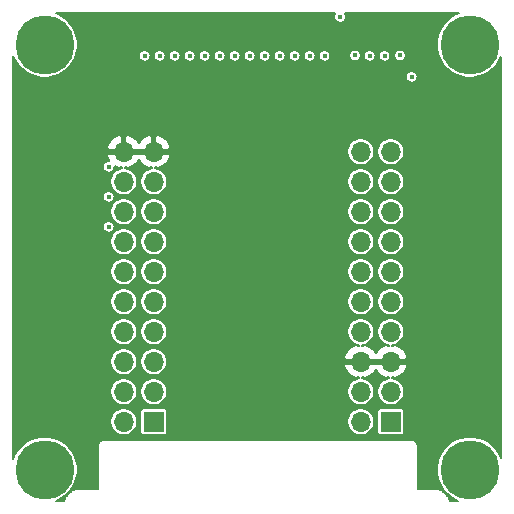
<source format=gbr>
G04 #@! TF.GenerationSoftware,KiCad,Pcbnew,(5.1.6)-1*
G04 #@! TF.CreationDate,2020-11-06T20:31:41+01:00*
G04 #@! TF.ProjectId,DynOSSAT-EDU-HeaderAdapter,44796e4f-5353-4415-942d-4544552d4865,rev?*
G04 #@! TF.SameCoordinates,Original*
G04 #@! TF.FileFunction,Copper,L3,Inr*
G04 #@! TF.FilePolarity,Positive*
%FSLAX46Y46*%
G04 Gerber Fmt 4.6, Leading zero omitted, Abs format (unit mm)*
G04 Created by KiCad (PCBNEW (5.1.6)-1) date 2020-11-06 20:31:41*
%MOMM*%
%LPD*%
G01*
G04 APERTURE LIST*
G04 #@! TA.AperFunction,ViaPad*
%ADD10C,5.000000*%
G04 #@! TD*
G04 #@! TA.AperFunction,ViaPad*
%ADD11C,0.800000*%
G04 #@! TD*
G04 #@! TA.AperFunction,ViaPad*
%ADD12R,1.700000X1.700000*%
G04 #@! TD*
G04 #@! TA.AperFunction,ViaPad*
%ADD13O,1.700000X1.700000*%
G04 #@! TD*
G04 #@! TA.AperFunction,ViaPad*
%ADD14C,0.400000*%
G04 #@! TD*
G04 #@! TA.AperFunction,ViaPad*
%ADD15C,0.450000*%
G04 #@! TD*
G04 #@! TA.AperFunction,Conductor*
%ADD16C,0.200000*%
G04 #@! TD*
G04 APERTURE END LIST*
D10*
X153366000Y-84858200D03*
D11*
X155241000Y-84858200D03*
X154691825Y-86184025D03*
X153366000Y-86733200D03*
X152040175Y-86184025D03*
X151491000Y-84858200D03*
X152040175Y-83532375D03*
X153366000Y-82983200D03*
X154691825Y-83532375D03*
D10*
X153366000Y-120853200D03*
D11*
X155241000Y-120853200D03*
X154691825Y-122179025D03*
X153366000Y-122728200D03*
X152040175Y-122179025D03*
X151491000Y-120853200D03*
X152040175Y-119527375D03*
X153366000Y-118978200D03*
X154691825Y-119527375D03*
X118689825Y-119517375D03*
X117364000Y-118968200D03*
X116038175Y-119517375D03*
X115489000Y-120843200D03*
X116038175Y-122169025D03*
X117364000Y-122718200D03*
X118689825Y-122169025D03*
X119239000Y-120843200D03*
D10*
X117364000Y-120843200D03*
D11*
X118689825Y-83532375D03*
X117364000Y-82983200D03*
X116038175Y-83532375D03*
X115489000Y-84858200D03*
X116038175Y-86184025D03*
X117364000Y-86733200D03*
X118689825Y-86184025D03*
X119239000Y-84858200D03*
D10*
X117364000Y-84858200D03*
D12*
X126593600Y-116789200D03*
D13*
X124053600Y-116789200D03*
X126593600Y-114249200D03*
X124053600Y-114249200D03*
X126593600Y-111709200D03*
X124053600Y-111709200D03*
X126593600Y-109169200D03*
X124053600Y-109169200D03*
X126593600Y-106629200D03*
X124053600Y-106629200D03*
X126593600Y-104089200D03*
X124053600Y-104089200D03*
X126593600Y-101549200D03*
X124053600Y-101549200D03*
X126593600Y-99009200D03*
X124053600Y-99009200D03*
X126593600Y-96469200D03*
X124053600Y-96469200D03*
X126593600Y-93929200D03*
X124053600Y-93929200D03*
X144119600Y-93929200D03*
X146659600Y-93929200D03*
X144119600Y-96469200D03*
X146659600Y-96469200D03*
X144119600Y-99009200D03*
X146659600Y-99009200D03*
X144119600Y-101549200D03*
X146659600Y-101549200D03*
X144119600Y-104089200D03*
X146659600Y-104089200D03*
X144119600Y-106629200D03*
X146659600Y-106629200D03*
X144119600Y-109169200D03*
X146659600Y-109169200D03*
X144119600Y-111709200D03*
X146659600Y-111709200D03*
X144119600Y-114249200D03*
X146659600Y-114249200D03*
X144119600Y-116789200D03*
D12*
X146659600Y-116789200D03*
D14*
X125831600Y-85801200D03*
X122783600Y-95199200D03*
X122783600Y-97739200D03*
X122783600Y-100279200D03*
X148437600Y-87579200D03*
X127101600Y-85801200D03*
X142367000Y-82499200D03*
X128371600Y-85801200D03*
X129641600Y-85801200D03*
X130911600Y-85801200D03*
X132181600Y-85801200D03*
X133451600Y-85801200D03*
X134721600Y-85801200D03*
X135991600Y-85801200D03*
X137261600Y-85801200D03*
X138531600Y-85801200D03*
X143637000Y-85775800D03*
X144881600Y-85801200D03*
X146151600Y-85801200D03*
X147447000Y-85775800D03*
X123291600Y-85801200D03*
X142367000Y-85852000D03*
X122072400Y-83997800D03*
X123317000Y-82448400D03*
X124561600Y-85801200D03*
D15*
X134027000Y-106426000D03*
D14*
X139801600Y-85801200D03*
X141071600Y-85801200D03*
D16*
G36*
X152039703Y-82376872D02*
G01*
X151581104Y-82683298D01*
X151191098Y-83073304D01*
X150884672Y-83531903D01*
X150673602Y-84041470D01*
X150566000Y-84582424D01*
X150566000Y-85133976D01*
X150673602Y-85674930D01*
X150884672Y-86184497D01*
X151191098Y-86643096D01*
X151581104Y-87033102D01*
X152039703Y-87339528D01*
X152549270Y-87550598D01*
X153090224Y-87658200D01*
X153641776Y-87658200D01*
X154182730Y-87550598D01*
X154692297Y-87339528D01*
X155150896Y-87033102D01*
X155540902Y-86643096D01*
X155847328Y-86184497D01*
X155973000Y-85881099D01*
X155973001Y-119830304D01*
X155847328Y-119526903D01*
X155540902Y-119068304D01*
X155150896Y-118678298D01*
X154692297Y-118371872D01*
X154182730Y-118160802D01*
X153641776Y-118053200D01*
X153090224Y-118053200D01*
X152549270Y-118160802D01*
X152039703Y-118371872D01*
X151581104Y-118678298D01*
X151191098Y-119068304D01*
X150884672Y-119526903D01*
X150673602Y-120036470D01*
X150566000Y-120577424D01*
X150566000Y-121128976D01*
X150673602Y-121669930D01*
X150884672Y-122179497D01*
X151191098Y-122638096D01*
X151581104Y-123028102D01*
X152039703Y-123334528D01*
X152345033Y-123461000D01*
X151666292Y-123461000D01*
X151628092Y-123337594D01*
X151614920Y-123306259D01*
X151602189Y-123274749D01*
X151599731Y-123270125D01*
X151506907Y-123098449D01*
X151487900Y-123070270D01*
X151469289Y-123041830D01*
X151465980Y-123037772D01*
X151341576Y-122887394D01*
X151317430Y-122863416D01*
X151293679Y-122839163D01*
X151289645Y-122835825D01*
X151138403Y-122712475D01*
X151110090Y-122693664D01*
X151082050Y-122674464D01*
X151077444Y-122671974D01*
X150905121Y-122580348D01*
X150873686Y-122567392D01*
X150842459Y-122554008D01*
X150837457Y-122552459D01*
X150650621Y-122496050D01*
X150617273Y-122489447D01*
X150584035Y-122482382D01*
X150578827Y-122481835D01*
X150384594Y-122462790D01*
X150366419Y-122461000D01*
X148939600Y-122461000D01*
X148939600Y-118746019D01*
X148941414Y-118727600D01*
X148934174Y-118654087D01*
X148912731Y-118583400D01*
X148877909Y-118518253D01*
X148831048Y-118461152D01*
X148773947Y-118414291D01*
X148708800Y-118379469D01*
X148638113Y-118358026D01*
X148583019Y-118352600D01*
X148564600Y-118350786D01*
X148546181Y-118352600D01*
X122294019Y-118352600D01*
X122275600Y-118350786D01*
X122257181Y-118352600D01*
X122202087Y-118358026D01*
X122131400Y-118379469D01*
X122066253Y-118414291D01*
X122009152Y-118461152D01*
X121962291Y-118518253D01*
X121927469Y-118583400D01*
X121906026Y-118654087D01*
X121898786Y-118727600D01*
X121900600Y-118746019D01*
X121900601Y-122459711D01*
X120327525Y-122461018D01*
X120311599Y-122462600D01*
X120307031Y-122462568D01*
X120301820Y-122463078D01*
X120107723Y-122483479D01*
X120074359Y-122490328D01*
X120041045Y-122496683D01*
X120036036Y-122498195D01*
X120036030Y-122498196D01*
X120036024Y-122498198D01*
X119849594Y-122555908D01*
X119818259Y-122569080D01*
X119786749Y-122581811D01*
X119782125Y-122584269D01*
X119610449Y-122677093D01*
X119582270Y-122696100D01*
X119553830Y-122714711D01*
X119549772Y-122718020D01*
X119399394Y-122842424D01*
X119375416Y-122866570D01*
X119351163Y-122890321D01*
X119347825Y-122894355D01*
X119224475Y-123045597D01*
X119205664Y-123073910D01*
X119186464Y-123101950D01*
X119183974Y-123106556D01*
X119092348Y-123278879D01*
X119079392Y-123310314D01*
X119066008Y-123341541D01*
X119064459Y-123346543D01*
X119029902Y-123461000D01*
X118360825Y-123461000D01*
X118690297Y-123324528D01*
X119148896Y-123018102D01*
X119538902Y-122628096D01*
X119845328Y-122169497D01*
X120056398Y-121659930D01*
X120164000Y-121118976D01*
X120164000Y-120567424D01*
X120056398Y-120026470D01*
X119845328Y-119516903D01*
X119538902Y-119058304D01*
X119148896Y-118668298D01*
X118690297Y-118361872D01*
X118180730Y-118150802D01*
X117639776Y-118043200D01*
X117088224Y-118043200D01*
X116547270Y-118150802D01*
X116037703Y-118361872D01*
X115579104Y-118668298D01*
X115189098Y-119058304D01*
X114882672Y-119516903D01*
X114723000Y-119902385D01*
X114723000Y-116675935D01*
X122903600Y-116675935D01*
X122903600Y-116902465D01*
X122947794Y-117124643D01*
X123034484Y-117333929D01*
X123160337Y-117522282D01*
X123320518Y-117682463D01*
X123508871Y-117808316D01*
X123718157Y-117895006D01*
X123940335Y-117939200D01*
X124166865Y-117939200D01*
X124389043Y-117895006D01*
X124598329Y-117808316D01*
X124786682Y-117682463D01*
X124946863Y-117522282D01*
X125072716Y-117333929D01*
X125159406Y-117124643D01*
X125203600Y-116902465D01*
X125203600Y-116675935D01*
X125159406Y-116453757D01*
X125072716Y-116244471D01*
X124946863Y-116056118D01*
X124829945Y-115939200D01*
X125442149Y-115939200D01*
X125442149Y-117639200D01*
X125447941Y-117698010D01*
X125465096Y-117754560D01*
X125492953Y-117806677D01*
X125530442Y-117852358D01*
X125576123Y-117889847D01*
X125628240Y-117917704D01*
X125684790Y-117934859D01*
X125743600Y-117940651D01*
X127443600Y-117940651D01*
X127502410Y-117934859D01*
X127558960Y-117917704D01*
X127611077Y-117889847D01*
X127656758Y-117852358D01*
X127694247Y-117806677D01*
X127722104Y-117754560D01*
X127739259Y-117698010D01*
X127745051Y-117639200D01*
X127745051Y-116675935D01*
X142969600Y-116675935D01*
X142969600Y-116902465D01*
X143013794Y-117124643D01*
X143100484Y-117333929D01*
X143226337Y-117522282D01*
X143386518Y-117682463D01*
X143574871Y-117808316D01*
X143784157Y-117895006D01*
X144006335Y-117939200D01*
X144232865Y-117939200D01*
X144455043Y-117895006D01*
X144664329Y-117808316D01*
X144852682Y-117682463D01*
X145012863Y-117522282D01*
X145138716Y-117333929D01*
X145225406Y-117124643D01*
X145269600Y-116902465D01*
X145269600Y-116675935D01*
X145225406Y-116453757D01*
X145138716Y-116244471D01*
X145012863Y-116056118D01*
X144895945Y-115939200D01*
X145508149Y-115939200D01*
X145508149Y-117639200D01*
X145513941Y-117698010D01*
X145531096Y-117754560D01*
X145558953Y-117806677D01*
X145596442Y-117852358D01*
X145642123Y-117889847D01*
X145694240Y-117917704D01*
X145750790Y-117934859D01*
X145809600Y-117940651D01*
X147509600Y-117940651D01*
X147568410Y-117934859D01*
X147624960Y-117917704D01*
X147677077Y-117889847D01*
X147722758Y-117852358D01*
X147760247Y-117806677D01*
X147788104Y-117754560D01*
X147805259Y-117698010D01*
X147811051Y-117639200D01*
X147811051Y-115939200D01*
X147805259Y-115880390D01*
X147788104Y-115823840D01*
X147760247Y-115771723D01*
X147722758Y-115726042D01*
X147677077Y-115688553D01*
X147624960Y-115660696D01*
X147568410Y-115643541D01*
X147509600Y-115637749D01*
X145809600Y-115637749D01*
X145750790Y-115643541D01*
X145694240Y-115660696D01*
X145642123Y-115688553D01*
X145596442Y-115726042D01*
X145558953Y-115771723D01*
X145531096Y-115823840D01*
X145513941Y-115880390D01*
X145508149Y-115939200D01*
X144895945Y-115939200D01*
X144852682Y-115895937D01*
X144664329Y-115770084D01*
X144455043Y-115683394D01*
X144232865Y-115639200D01*
X144006335Y-115639200D01*
X143784157Y-115683394D01*
X143574871Y-115770084D01*
X143386518Y-115895937D01*
X143226337Y-116056118D01*
X143100484Y-116244471D01*
X143013794Y-116453757D01*
X142969600Y-116675935D01*
X127745051Y-116675935D01*
X127745051Y-115939200D01*
X127739259Y-115880390D01*
X127722104Y-115823840D01*
X127694247Y-115771723D01*
X127656758Y-115726042D01*
X127611077Y-115688553D01*
X127558960Y-115660696D01*
X127502410Y-115643541D01*
X127443600Y-115637749D01*
X125743600Y-115637749D01*
X125684790Y-115643541D01*
X125628240Y-115660696D01*
X125576123Y-115688553D01*
X125530442Y-115726042D01*
X125492953Y-115771723D01*
X125465096Y-115823840D01*
X125447941Y-115880390D01*
X125442149Y-115939200D01*
X124829945Y-115939200D01*
X124786682Y-115895937D01*
X124598329Y-115770084D01*
X124389043Y-115683394D01*
X124166865Y-115639200D01*
X123940335Y-115639200D01*
X123718157Y-115683394D01*
X123508871Y-115770084D01*
X123320518Y-115895937D01*
X123160337Y-116056118D01*
X123034484Y-116244471D01*
X122947794Y-116453757D01*
X122903600Y-116675935D01*
X114723000Y-116675935D01*
X114723000Y-114135935D01*
X122903600Y-114135935D01*
X122903600Y-114362465D01*
X122947794Y-114584643D01*
X123034484Y-114793929D01*
X123160337Y-114982282D01*
X123320518Y-115142463D01*
X123508871Y-115268316D01*
X123718157Y-115355006D01*
X123940335Y-115399200D01*
X124166865Y-115399200D01*
X124389043Y-115355006D01*
X124598329Y-115268316D01*
X124786682Y-115142463D01*
X124946863Y-114982282D01*
X125072716Y-114793929D01*
X125159406Y-114584643D01*
X125203600Y-114362465D01*
X125203600Y-114135935D01*
X125443600Y-114135935D01*
X125443600Y-114362465D01*
X125487794Y-114584643D01*
X125574484Y-114793929D01*
X125700337Y-114982282D01*
X125860518Y-115142463D01*
X126048871Y-115268316D01*
X126258157Y-115355006D01*
X126480335Y-115399200D01*
X126706865Y-115399200D01*
X126929043Y-115355006D01*
X127138329Y-115268316D01*
X127326682Y-115142463D01*
X127486863Y-114982282D01*
X127612716Y-114793929D01*
X127699406Y-114584643D01*
X127743600Y-114362465D01*
X127743600Y-114135935D01*
X127699406Y-113913757D01*
X127612716Y-113704471D01*
X127486863Y-113516118D01*
X127326682Y-113355937D01*
X127138329Y-113230084D01*
X126929043Y-113143394D01*
X126706865Y-113099200D01*
X126480335Y-113099200D01*
X126258157Y-113143394D01*
X126048871Y-113230084D01*
X125860518Y-113355937D01*
X125700337Y-113516118D01*
X125574484Y-113704471D01*
X125487794Y-113913757D01*
X125443600Y-114135935D01*
X125203600Y-114135935D01*
X125159406Y-113913757D01*
X125072716Y-113704471D01*
X124946863Y-113516118D01*
X124786682Y-113355937D01*
X124598329Y-113230084D01*
X124389043Y-113143394D01*
X124166865Y-113099200D01*
X123940335Y-113099200D01*
X123718157Y-113143394D01*
X123508871Y-113230084D01*
X123320518Y-113355937D01*
X123160337Y-113516118D01*
X123034484Y-113704471D01*
X122947794Y-113913757D01*
X122903600Y-114135935D01*
X114723000Y-114135935D01*
X114723000Y-111595935D01*
X122903600Y-111595935D01*
X122903600Y-111822465D01*
X122947794Y-112044643D01*
X123034484Y-112253929D01*
X123160337Y-112442282D01*
X123320518Y-112602463D01*
X123508871Y-112728316D01*
X123718157Y-112815006D01*
X123940335Y-112859200D01*
X124166865Y-112859200D01*
X124389043Y-112815006D01*
X124598329Y-112728316D01*
X124786682Y-112602463D01*
X124946863Y-112442282D01*
X125072716Y-112253929D01*
X125159406Y-112044643D01*
X125203600Y-111822465D01*
X125203600Y-111595935D01*
X125443600Y-111595935D01*
X125443600Y-111822465D01*
X125487794Y-112044643D01*
X125574484Y-112253929D01*
X125700337Y-112442282D01*
X125860518Y-112602463D01*
X126048871Y-112728316D01*
X126258157Y-112815006D01*
X126480335Y-112859200D01*
X126706865Y-112859200D01*
X126929043Y-112815006D01*
X127138329Y-112728316D01*
X127326682Y-112602463D01*
X127486863Y-112442282D01*
X127612716Y-112253929D01*
X127681401Y-112088110D01*
X142711697Y-112088110D01*
X142738454Y-112176339D01*
X142856127Y-112436811D01*
X143022354Y-112669322D01*
X143230748Y-112864936D01*
X143473300Y-113016135D01*
X143740689Y-113117109D01*
X143965598Y-113007051D01*
X143965598Y-113107303D01*
X143784157Y-113143394D01*
X143574871Y-113230084D01*
X143386518Y-113355937D01*
X143226337Y-113516118D01*
X143100484Y-113704471D01*
X143013794Y-113913757D01*
X142969600Y-114135935D01*
X142969600Y-114362465D01*
X143013794Y-114584643D01*
X143100484Y-114793929D01*
X143226337Y-114982282D01*
X143386518Y-115142463D01*
X143574871Y-115268316D01*
X143784157Y-115355006D01*
X144006335Y-115399200D01*
X144232865Y-115399200D01*
X144455043Y-115355006D01*
X144664329Y-115268316D01*
X144852682Y-115142463D01*
X145012863Y-114982282D01*
X145138716Y-114793929D01*
X145225406Y-114584643D01*
X145269600Y-114362465D01*
X145269600Y-114135935D01*
X145225406Y-113913757D01*
X145138716Y-113704471D01*
X145012863Y-113516118D01*
X144852682Y-113355937D01*
X144664329Y-113230084D01*
X144455043Y-113143394D01*
X144273602Y-113107303D01*
X144273602Y-113007051D01*
X144498511Y-113117109D01*
X144765900Y-113016135D01*
X145008452Y-112864936D01*
X145216846Y-112669322D01*
X145383073Y-112436811D01*
X145389600Y-112422363D01*
X145396127Y-112436811D01*
X145562354Y-112669322D01*
X145770748Y-112864936D01*
X146013300Y-113016135D01*
X146280689Y-113117109D01*
X146505598Y-113007051D01*
X146505598Y-113107303D01*
X146324157Y-113143394D01*
X146114871Y-113230084D01*
X145926518Y-113355937D01*
X145766337Y-113516118D01*
X145640484Y-113704471D01*
X145553794Y-113913757D01*
X145509600Y-114135935D01*
X145509600Y-114362465D01*
X145553794Y-114584643D01*
X145640484Y-114793929D01*
X145766337Y-114982282D01*
X145926518Y-115142463D01*
X146114871Y-115268316D01*
X146324157Y-115355006D01*
X146546335Y-115399200D01*
X146772865Y-115399200D01*
X146995043Y-115355006D01*
X147204329Y-115268316D01*
X147392682Y-115142463D01*
X147552863Y-114982282D01*
X147678716Y-114793929D01*
X147765406Y-114584643D01*
X147809600Y-114362465D01*
X147809600Y-114135935D01*
X147765406Y-113913757D01*
X147678716Y-113704471D01*
X147552863Y-113516118D01*
X147392682Y-113355937D01*
X147204329Y-113230084D01*
X146995043Y-113143394D01*
X146813602Y-113107303D01*
X146813602Y-113007051D01*
X147038511Y-113117109D01*
X147305900Y-113016135D01*
X147548452Y-112864936D01*
X147756846Y-112669322D01*
X147923073Y-112436811D01*
X148040746Y-112176339D01*
X148067503Y-112088110D01*
X147956489Y-111863200D01*
X146813600Y-111863200D01*
X146813600Y-111883200D01*
X146505600Y-111883200D01*
X146505600Y-111863200D01*
X144273600Y-111863200D01*
X144273600Y-111883200D01*
X143965600Y-111883200D01*
X143965600Y-111863200D01*
X142822711Y-111863200D01*
X142711697Y-112088110D01*
X127681401Y-112088110D01*
X127699406Y-112044643D01*
X127743600Y-111822465D01*
X127743600Y-111595935D01*
X127699406Y-111373757D01*
X127681402Y-111330290D01*
X142711697Y-111330290D01*
X142822711Y-111555200D01*
X143965600Y-111555200D01*
X143965600Y-111535200D01*
X144273600Y-111535200D01*
X144273600Y-111555200D01*
X146505600Y-111555200D01*
X146505600Y-111535200D01*
X146813600Y-111535200D01*
X146813600Y-111555200D01*
X147956489Y-111555200D01*
X148067503Y-111330290D01*
X148040746Y-111242061D01*
X147923073Y-110981589D01*
X147756846Y-110749078D01*
X147548452Y-110553464D01*
X147305900Y-110402265D01*
X147038511Y-110301291D01*
X146813602Y-110411349D01*
X146813602Y-110311097D01*
X146995043Y-110275006D01*
X147204329Y-110188316D01*
X147392682Y-110062463D01*
X147552863Y-109902282D01*
X147678716Y-109713929D01*
X147765406Y-109504643D01*
X147809600Y-109282465D01*
X147809600Y-109055935D01*
X147765406Y-108833757D01*
X147678716Y-108624471D01*
X147552863Y-108436118D01*
X147392682Y-108275937D01*
X147204329Y-108150084D01*
X146995043Y-108063394D01*
X146772865Y-108019200D01*
X146546335Y-108019200D01*
X146324157Y-108063394D01*
X146114871Y-108150084D01*
X145926518Y-108275937D01*
X145766337Y-108436118D01*
X145640484Y-108624471D01*
X145553794Y-108833757D01*
X145509600Y-109055935D01*
X145509600Y-109282465D01*
X145553794Y-109504643D01*
X145640484Y-109713929D01*
X145766337Y-109902282D01*
X145926518Y-110062463D01*
X146114871Y-110188316D01*
X146324157Y-110275006D01*
X146505598Y-110311097D01*
X146505598Y-110411349D01*
X146280689Y-110301291D01*
X146013300Y-110402265D01*
X145770748Y-110553464D01*
X145562354Y-110749078D01*
X145396127Y-110981589D01*
X145389600Y-110996037D01*
X145383073Y-110981589D01*
X145216846Y-110749078D01*
X145008452Y-110553464D01*
X144765900Y-110402265D01*
X144498511Y-110301291D01*
X144273602Y-110411349D01*
X144273602Y-110311097D01*
X144455043Y-110275006D01*
X144664329Y-110188316D01*
X144852682Y-110062463D01*
X145012863Y-109902282D01*
X145138716Y-109713929D01*
X145225406Y-109504643D01*
X145269600Y-109282465D01*
X145269600Y-109055935D01*
X145225406Y-108833757D01*
X145138716Y-108624471D01*
X145012863Y-108436118D01*
X144852682Y-108275937D01*
X144664329Y-108150084D01*
X144455043Y-108063394D01*
X144232865Y-108019200D01*
X144006335Y-108019200D01*
X143784157Y-108063394D01*
X143574871Y-108150084D01*
X143386518Y-108275937D01*
X143226337Y-108436118D01*
X143100484Y-108624471D01*
X143013794Y-108833757D01*
X142969600Y-109055935D01*
X142969600Y-109282465D01*
X143013794Y-109504643D01*
X143100484Y-109713929D01*
X143226337Y-109902282D01*
X143386518Y-110062463D01*
X143574871Y-110188316D01*
X143784157Y-110275006D01*
X143965598Y-110311097D01*
X143965598Y-110411349D01*
X143740689Y-110301291D01*
X143473300Y-110402265D01*
X143230748Y-110553464D01*
X143022354Y-110749078D01*
X142856127Y-110981589D01*
X142738454Y-111242061D01*
X142711697Y-111330290D01*
X127681402Y-111330290D01*
X127612716Y-111164471D01*
X127486863Y-110976118D01*
X127326682Y-110815937D01*
X127138329Y-110690084D01*
X126929043Y-110603394D01*
X126706865Y-110559200D01*
X126480335Y-110559200D01*
X126258157Y-110603394D01*
X126048871Y-110690084D01*
X125860518Y-110815937D01*
X125700337Y-110976118D01*
X125574484Y-111164471D01*
X125487794Y-111373757D01*
X125443600Y-111595935D01*
X125203600Y-111595935D01*
X125159406Y-111373757D01*
X125072716Y-111164471D01*
X124946863Y-110976118D01*
X124786682Y-110815937D01*
X124598329Y-110690084D01*
X124389043Y-110603394D01*
X124166865Y-110559200D01*
X123940335Y-110559200D01*
X123718157Y-110603394D01*
X123508871Y-110690084D01*
X123320518Y-110815937D01*
X123160337Y-110976118D01*
X123034484Y-111164471D01*
X122947794Y-111373757D01*
X122903600Y-111595935D01*
X114723000Y-111595935D01*
X114723000Y-109055935D01*
X122903600Y-109055935D01*
X122903600Y-109282465D01*
X122947794Y-109504643D01*
X123034484Y-109713929D01*
X123160337Y-109902282D01*
X123320518Y-110062463D01*
X123508871Y-110188316D01*
X123718157Y-110275006D01*
X123940335Y-110319200D01*
X124166865Y-110319200D01*
X124389043Y-110275006D01*
X124598329Y-110188316D01*
X124786682Y-110062463D01*
X124946863Y-109902282D01*
X125072716Y-109713929D01*
X125159406Y-109504643D01*
X125203600Y-109282465D01*
X125203600Y-109055935D01*
X125443600Y-109055935D01*
X125443600Y-109282465D01*
X125487794Y-109504643D01*
X125574484Y-109713929D01*
X125700337Y-109902282D01*
X125860518Y-110062463D01*
X126048871Y-110188316D01*
X126258157Y-110275006D01*
X126480335Y-110319200D01*
X126706865Y-110319200D01*
X126929043Y-110275006D01*
X127138329Y-110188316D01*
X127326682Y-110062463D01*
X127486863Y-109902282D01*
X127612716Y-109713929D01*
X127699406Y-109504643D01*
X127743600Y-109282465D01*
X127743600Y-109055935D01*
X127699406Y-108833757D01*
X127612716Y-108624471D01*
X127486863Y-108436118D01*
X127326682Y-108275937D01*
X127138329Y-108150084D01*
X126929043Y-108063394D01*
X126706865Y-108019200D01*
X126480335Y-108019200D01*
X126258157Y-108063394D01*
X126048871Y-108150084D01*
X125860518Y-108275937D01*
X125700337Y-108436118D01*
X125574484Y-108624471D01*
X125487794Y-108833757D01*
X125443600Y-109055935D01*
X125203600Y-109055935D01*
X125159406Y-108833757D01*
X125072716Y-108624471D01*
X124946863Y-108436118D01*
X124786682Y-108275937D01*
X124598329Y-108150084D01*
X124389043Y-108063394D01*
X124166865Y-108019200D01*
X123940335Y-108019200D01*
X123718157Y-108063394D01*
X123508871Y-108150084D01*
X123320518Y-108275937D01*
X123160337Y-108436118D01*
X123034484Y-108624471D01*
X122947794Y-108833757D01*
X122903600Y-109055935D01*
X114723000Y-109055935D01*
X114723000Y-106515935D01*
X122903600Y-106515935D01*
X122903600Y-106742465D01*
X122947794Y-106964643D01*
X123034484Y-107173929D01*
X123160337Y-107362282D01*
X123320518Y-107522463D01*
X123508871Y-107648316D01*
X123718157Y-107735006D01*
X123940335Y-107779200D01*
X124166865Y-107779200D01*
X124389043Y-107735006D01*
X124598329Y-107648316D01*
X124786682Y-107522463D01*
X124946863Y-107362282D01*
X125072716Y-107173929D01*
X125159406Y-106964643D01*
X125203600Y-106742465D01*
X125203600Y-106515935D01*
X125443600Y-106515935D01*
X125443600Y-106742465D01*
X125487794Y-106964643D01*
X125574484Y-107173929D01*
X125700337Y-107362282D01*
X125860518Y-107522463D01*
X126048871Y-107648316D01*
X126258157Y-107735006D01*
X126480335Y-107779200D01*
X126706865Y-107779200D01*
X126929043Y-107735006D01*
X127138329Y-107648316D01*
X127326682Y-107522463D01*
X127486863Y-107362282D01*
X127612716Y-107173929D01*
X127699406Y-106964643D01*
X127743600Y-106742465D01*
X127743600Y-106515935D01*
X142969600Y-106515935D01*
X142969600Y-106742465D01*
X143013794Y-106964643D01*
X143100484Y-107173929D01*
X143226337Y-107362282D01*
X143386518Y-107522463D01*
X143574871Y-107648316D01*
X143784157Y-107735006D01*
X144006335Y-107779200D01*
X144232865Y-107779200D01*
X144455043Y-107735006D01*
X144664329Y-107648316D01*
X144852682Y-107522463D01*
X145012863Y-107362282D01*
X145138716Y-107173929D01*
X145225406Y-106964643D01*
X145269600Y-106742465D01*
X145269600Y-106515935D01*
X145509600Y-106515935D01*
X145509600Y-106742465D01*
X145553794Y-106964643D01*
X145640484Y-107173929D01*
X145766337Y-107362282D01*
X145926518Y-107522463D01*
X146114871Y-107648316D01*
X146324157Y-107735006D01*
X146546335Y-107779200D01*
X146772865Y-107779200D01*
X146995043Y-107735006D01*
X147204329Y-107648316D01*
X147392682Y-107522463D01*
X147552863Y-107362282D01*
X147678716Y-107173929D01*
X147765406Y-106964643D01*
X147809600Y-106742465D01*
X147809600Y-106515935D01*
X147765406Y-106293757D01*
X147678716Y-106084471D01*
X147552863Y-105896118D01*
X147392682Y-105735937D01*
X147204329Y-105610084D01*
X146995043Y-105523394D01*
X146772865Y-105479200D01*
X146546335Y-105479200D01*
X146324157Y-105523394D01*
X146114871Y-105610084D01*
X145926518Y-105735937D01*
X145766337Y-105896118D01*
X145640484Y-106084471D01*
X145553794Y-106293757D01*
X145509600Y-106515935D01*
X145269600Y-106515935D01*
X145225406Y-106293757D01*
X145138716Y-106084471D01*
X145012863Y-105896118D01*
X144852682Y-105735937D01*
X144664329Y-105610084D01*
X144455043Y-105523394D01*
X144232865Y-105479200D01*
X144006335Y-105479200D01*
X143784157Y-105523394D01*
X143574871Y-105610084D01*
X143386518Y-105735937D01*
X143226337Y-105896118D01*
X143100484Y-106084471D01*
X143013794Y-106293757D01*
X142969600Y-106515935D01*
X127743600Y-106515935D01*
X127699406Y-106293757D01*
X127612716Y-106084471D01*
X127486863Y-105896118D01*
X127326682Y-105735937D01*
X127138329Y-105610084D01*
X126929043Y-105523394D01*
X126706865Y-105479200D01*
X126480335Y-105479200D01*
X126258157Y-105523394D01*
X126048871Y-105610084D01*
X125860518Y-105735937D01*
X125700337Y-105896118D01*
X125574484Y-106084471D01*
X125487794Y-106293757D01*
X125443600Y-106515935D01*
X125203600Y-106515935D01*
X125159406Y-106293757D01*
X125072716Y-106084471D01*
X124946863Y-105896118D01*
X124786682Y-105735937D01*
X124598329Y-105610084D01*
X124389043Y-105523394D01*
X124166865Y-105479200D01*
X123940335Y-105479200D01*
X123718157Y-105523394D01*
X123508871Y-105610084D01*
X123320518Y-105735937D01*
X123160337Y-105896118D01*
X123034484Y-106084471D01*
X122947794Y-106293757D01*
X122903600Y-106515935D01*
X114723000Y-106515935D01*
X114723000Y-103975935D01*
X122903600Y-103975935D01*
X122903600Y-104202465D01*
X122947794Y-104424643D01*
X123034484Y-104633929D01*
X123160337Y-104822282D01*
X123320518Y-104982463D01*
X123508871Y-105108316D01*
X123718157Y-105195006D01*
X123940335Y-105239200D01*
X124166865Y-105239200D01*
X124389043Y-105195006D01*
X124598329Y-105108316D01*
X124786682Y-104982463D01*
X124946863Y-104822282D01*
X125072716Y-104633929D01*
X125159406Y-104424643D01*
X125203600Y-104202465D01*
X125203600Y-103975935D01*
X125443600Y-103975935D01*
X125443600Y-104202465D01*
X125487794Y-104424643D01*
X125574484Y-104633929D01*
X125700337Y-104822282D01*
X125860518Y-104982463D01*
X126048871Y-105108316D01*
X126258157Y-105195006D01*
X126480335Y-105239200D01*
X126706865Y-105239200D01*
X126929043Y-105195006D01*
X127138329Y-105108316D01*
X127326682Y-104982463D01*
X127486863Y-104822282D01*
X127612716Y-104633929D01*
X127699406Y-104424643D01*
X127743600Y-104202465D01*
X127743600Y-103975935D01*
X142969600Y-103975935D01*
X142969600Y-104202465D01*
X143013794Y-104424643D01*
X143100484Y-104633929D01*
X143226337Y-104822282D01*
X143386518Y-104982463D01*
X143574871Y-105108316D01*
X143784157Y-105195006D01*
X144006335Y-105239200D01*
X144232865Y-105239200D01*
X144455043Y-105195006D01*
X144664329Y-105108316D01*
X144852682Y-104982463D01*
X145012863Y-104822282D01*
X145138716Y-104633929D01*
X145225406Y-104424643D01*
X145269600Y-104202465D01*
X145269600Y-103975935D01*
X145509600Y-103975935D01*
X145509600Y-104202465D01*
X145553794Y-104424643D01*
X145640484Y-104633929D01*
X145766337Y-104822282D01*
X145926518Y-104982463D01*
X146114871Y-105108316D01*
X146324157Y-105195006D01*
X146546335Y-105239200D01*
X146772865Y-105239200D01*
X146995043Y-105195006D01*
X147204329Y-105108316D01*
X147392682Y-104982463D01*
X147552863Y-104822282D01*
X147678716Y-104633929D01*
X147765406Y-104424643D01*
X147809600Y-104202465D01*
X147809600Y-103975935D01*
X147765406Y-103753757D01*
X147678716Y-103544471D01*
X147552863Y-103356118D01*
X147392682Y-103195937D01*
X147204329Y-103070084D01*
X146995043Y-102983394D01*
X146772865Y-102939200D01*
X146546335Y-102939200D01*
X146324157Y-102983394D01*
X146114871Y-103070084D01*
X145926518Y-103195937D01*
X145766337Y-103356118D01*
X145640484Y-103544471D01*
X145553794Y-103753757D01*
X145509600Y-103975935D01*
X145269600Y-103975935D01*
X145225406Y-103753757D01*
X145138716Y-103544471D01*
X145012863Y-103356118D01*
X144852682Y-103195937D01*
X144664329Y-103070084D01*
X144455043Y-102983394D01*
X144232865Y-102939200D01*
X144006335Y-102939200D01*
X143784157Y-102983394D01*
X143574871Y-103070084D01*
X143386518Y-103195937D01*
X143226337Y-103356118D01*
X143100484Y-103544471D01*
X143013794Y-103753757D01*
X142969600Y-103975935D01*
X127743600Y-103975935D01*
X127699406Y-103753757D01*
X127612716Y-103544471D01*
X127486863Y-103356118D01*
X127326682Y-103195937D01*
X127138329Y-103070084D01*
X126929043Y-102983394D01*
X126706865Y-102939200D01*
X126480335Y-102939200D01*
X126258157Y-102983394D01*
X126048871Y-103070084D01*
X125860518Y-103195937D01*
X125700337Y-103356118D01*
X125574484Y-103544471D01*
X125487794Y-103753757D01*
X125443600Y-103975935D01*
X125203600Y-103975935D01*
X125159406Y-103753757D01*
X125072716Y-103544471D01*
X124946863Y-103356118D01*
X124786682Y-103195937D01*
X124598329Y-103070084D01*
X124389043Y-102983394D01*
X124166865Y-102939200D01*
X123940335Y-102939200D01*
X123718157Y-102983394D01*
X123508871Y-103070084D01*
X123320518Y-103195937D01*
X123160337Y-103356118D01*
X123034484Y-103544471D01*
X122947794Y-103753757D01*
X122903600Y-103975935D01*
X114723000Y-103975935D01*
X114723000Y-101435935D01*
X122903600Y-101435935D01*
X122903600Y-101662465D01*
X122947794Y-101884643D01*
X123034484Y-102093929D01*
X123160337Y-102282282D01*
X123320518Y-102442463D01*
X123508871Y-102568316D01*
X123718157Y-102655006D01*
X123940335Y-102699200D01*
X124166865Y-102699200D01*
X124389043Y-102655006D01*
X124598329Y-102568316D01*
X124786682Y-102442463D01*
X124946863Y-102282282D01*
X125072716Y-102093929D01*
X125159406Y-101884643D01*
X125203600Y-101662465D01*
X125203600Y-101435935D01*
X125443600Y-101435935D01*
X125443600Y-101662465D01*
X125487794Y-101884643D01*
X125574484Y-102093929D01*
X125700337Y-102282282D01*
X125860518Y-102442463D01*
X126048871Y-102568316D01*
X126258157Y-102655006D01*
X126480335Y-102699200D01*
X126706865Y-102699200D01*
X126929043Y-102655006D01*
X127138329Y-102568316D01*
X127326682Y-102442463D01*
X127486863Y-102282282D01*
X127612716Y-102093929D01*
X127699406Y-101884643D01*
X127743600Y-101662465D01*
X127743600Y-101435935D01*
X142969600Y-101435935D01*
X142969600Y-101662465D01*
X143013794Y-101884643D01*
X143100484Y-102093929D01*
X143226337Y-102282282D01*
X143386518Y-102442463D01*
X143574871Y-102568316D01*
X143784157Y-102655006D01*
X144006335Y-102699200D01*
X144232865Y-102699200D01*
X144455043Y-102655006D01*
X144664329Y-102568316D01*
X144852682Y-102442463D01*
X145012863Y-102282282D01*
X145138716Y-102093929D01*
X145225406Y-101884643D01*
X145269600Y-101662465D01*
X145269600Y-101435935D01*
X145509600Y-101435935D01*
X145509600Y-101662465D01*
X145553794Y-101884643D01*
X145640484Y-102093929D01*
X145766337Y-102282282D01*
X145926518Y-102442463D01*
X146114871Y-102568316D01*
X146324157Y-102655006D01*
X146546335Y-102699200D01*
X146772865Y-102699200D01*
X146995043Y-102655006D01*
X147204329Y-102568316D01*
X147392682Y-102442463D01*
X147552863Y-102282282D01*
X147678716Y-102093929D01*
X147765406Y-101884643D01*
X147809600Y-101662465D01*
X147809600Y-101435935D01*
X147765406Y-101213757D01*
X147678716Y-101004471D01*
X147552863Y-100816118D01*
X147392682Y-100655937D01*
X147204329Y-100530084D01*
X146995043Y-100443394D01*
X146772865Y-100399200D01*
X146546335Y-100399200D01*
X146324157Y-100443394D01*
X146114871Y-100530084D01*
X145926518Y-100655937D01*
X145766337Y-100816118D01*
X145640484Y-101004471D01*
X145553794Y-101213757D01*
X145509600Y-101435935D01*
X145269600Y-101435935D01*
X145225406Y-101213757D01*
X145138716Y-101004471D01*
X145012863Y-100816118D01*
X144852682Y-100655937D01*
X144664329Y-100530084D01*
X144455043Y-100443394D01*
X144232865Y-100399200D01*
X144006335Y-100399200D01*
X143784157Y-100443394D01*
X143574871Y-100530084D01*
X143386518Y-100655937D01*
X143226337Y-100816118D01*
X143100484Y-101004471D01*
X143013794Y-101213757D01*
X142969600Y-101435935D01*
X127743600Y-101435935D01*
X127699406Y-101213757D01*
X127612716Y-101004471D01*
X127486863Y-100816118D01*
X127326682Y-100655937D01*
X127138329Y-100530084D01*
X126929043Y-100443394D01*
X126706865Y-100399200D01*
X126480335Y-100399200D01*
X126258157Y-100443394D01*
X126048871Y-100530084D01*
X125860518Y-100655937D01*
X125700337Y-100816118D01*
X125574484Y-101004471D01*
X125487794Y-101213757D01*
X125443600Y-101435935D01*
X125203600Y-101435935D01*
X125159406Y-101213757D01*
X125072716Y-101004471D01*
X124946863Y-100816118D01*
X124786682Y-100655937D01*
X124598329Y-100530084D01*
X124389043Y-100443394D01*
X124166865Y-100399200D01*
X123940335Y-100399200D01*
X123718157Y-100443394D01*
X123508871Y-100530084D01*
X123320518Y-100655937D01*
X123160337Y-100816118D01*
X123034484Y-101004471D01*
X122947794Y-101213757D01*
X122903600Y-101435935D01*
X114723000Y-101435935D01*
X114723000Y-100229954D01*
X122283600Y-100229954D01*
X122283600Y-100328446D01*
X122302815Y-100425045D01*
X122340506Y-100516039D01*
X122395225Y-100597931D01*
X122464869Y-100667575D01*
X122546761Y-100722294D01*
X122637755Y-100759985D01*
X122734354Y-100779200D01*
X122832846Y-100779200D01*
X122929445Y-100759985D01*
X123020439Y-100722294D01*
X123102331Y-100667575D01*
X123171975Y-100597931D01*
X123226694Y-100516039D01*
X123264385Y-100425045D01*
X123283600Y-100328446D01*
X123283600Y-100229954D01*
X123264385Y-100133355D01*
X123226694Y-100042361D01*
X123171975Y-99960469D01*
X123102331Y-99890825D01*
X123020439Y-99836106D01*
X122929445Y-99798415D01*
X122832846Y-99779200D01*
X122734354Y-99779200D01*
X122637755Y-99798415D01*
X122546761Y-99836106D01*
X122464869Y-99890825D01*
X122395225Y-99960469D01*
X122340506Y-100042361D01*
X122302815Y-100133355D01*
X122283600Y-100229954D01*
X114723000Y-100229954D01*
X114723000Y-98895935D01*
X122903600Y-98895935D01*
X122903600Y-99122465D01*
X122947794Y-99344643D01*
X123034484Y-99553929D01*
X123160337Y-99742282D01*
X123320518Y-99902463D01*
X123508871Y-100028316D01*
X123718157Y-100115006D01*
X123940335Y-100159200D01*
X124166865Y-100159200D01*
X124389043Y-100115006D01*
X124598329Y-100028316D01*
X124786682Y-99902463D01*
X124946863Y-99742282D01*
X125072716Y-99553929D01*
X125159406Y-99344643D01*
X125203600Y-99122465D01*
X125203600Y-98895935D01*
X125443600Y-98895935D01*
X125443600Y-99122465D01*
X125487794Y-99344643D01*
X125574484Y-99553929D01*
X125700337Y-99742282D01*
X125860518Y-99902463D01*
X126048871Y-100028316D01*
X126258157Y-100115006D01*
X126480335Y-100159200D01*
X126706865Y-100159200D01*
X126929043Y-100115006D01*
X127138329Y-100028316D01*
X127326682Y-99902463D01*
X127486863Y-99742282D01*
X127612716Y-99553929D01*
X127699406Y-99344643D01*
X127743600Y-99122465D01*
X127743600Y-98895935D01*
X142969600Y-98895935D01*
X142969600Y-99122465D01*
X143013794Y-99344643D01*
X143100484Y-99553929D01*
X143226337Y-99742282D01*
X143386518Y-99902463D01*
X143574871Y-100028316D01*
X143784157Y-100115006D01*
X144006335Y-100159200D01*
X144232865Y-100159200D01*
X144455043Y-100115006D01*
X144664329Y-100028316D01*
X144852682Y-99902463D01*
X145012863Y-99742282D01*
X145138716Y-99553929D01*
X145225406Y-99344643D01*
X145269600Y-99122465D01*
X145269600Y-98895935D01*
X145509600Y-98895935D01*
X145509600Y-99122465D01*
X145553794Y-99344643D01*
X145640484Y-99553929D01*
X145766337Y-99742282D01*
X145926518Y-99902463D01*
X146114871Y-100028316D01*
X146324157Y-100115006D01*
X146546335Y-100159200D01*
X146772865Y-100159200D01*
X146995043Y-100115006D01*
X147204329Y-100028316D01*
X147392682Y-99902463D01*
X147552863Y-99742282D01*
X147678716Y-99553929D01*
X147765406Y-99344643D01*
X147809600Y-99122465D01*
X147809600Y-98895935D01*
X147765406Y-98673757D01*
X147678716Y-98464471D01*
X147552863Y-98276118D01*
X147392682Y-98115937D01*
X147204329Y-97990084D01*
X146995043Y-97903394D01*
X146772865Y-97859200D01*
X146546335Y-97859200D01*
X146324157Y-97903394D01*
X146114871Y-97990084D01*
X145926518Y-98115937D01*
X145766337Y-98276118D01*
X145640484Y-98464471D01*
X145553794Y-98673757D01*
X145509600Y-98895935D01*
X145269600Y-98895935D01*
X145225406Y-98673757D01*
X145138716Y-98464471D01*
X145012863Y-98276118D01*
X144852682Y-98115937D01*
X144664329Y-97990084D01*
X144455043Y-97903394D01*
X144232865Y-97859200D01*
X144006335Y-97859200D01*
X143784157Y-97903394D01*
X143574871Y-97990084D01*
X143386518Y-98115937D01*
X143226337Y-98276118D01*
X143100484Y-98464471D01*
X143013794Y-98673757D01*
X142969600Y-98895935D01*
X127743600Y-98895935D01*
X127699406Y-98673757D01*
X127612716Y-98464471D01*
X127486863Y-98276118D01*
X127326682Y-98115937D01*
X127138329Y-97990084D01*
X126929043Y-97903394D01*
X126706865Y-97859200D01*
X126480335Y-97859200D01*
X126258157Y-97903394D01*
X126048871Y-97990084D01*
X125860518Y-98115937D01*
X125700337Y-98276118D01*
X125574484Y-98464471D01*
X125487794Y-98673757D01*
X125443600Y-98895935D01*
X125203600Y-98895935D01*
X125159406Y-98673757D01*
X125072716Y-98464471D01*
X124946863Y-98276118D01*
X124786682Y-98115937D01*
X124598329Y-97990084D01*
X124389043Y-97903394D01*
X124166865Y-97859200D01*
X123940335Y-97859200D01*
X123718157Y-97903394D01*
X123508871Y-97990084D01*
X123320518Y-98115937D01*
X123160337Y-98276118D01*
X123034484Y-98464471D01*
X122947794Y-98673757D01*
X122903600Y-98895935D01*
X114723000Y-98895935D01*
X114723000Y-97689954D01*
X122283600Y-97689954D01*
X122283600Y-97788446D01*
X122302815Y-97885045D01*
X122340506Y-97976039D01*
X122395225Y-98057931D01*
X122464869Y-98127575D01*
X122546761Y-98182294D01*
X122637755Y-98219985D01*
X122734354Y-98239200D01*
X122832846Y-98239200D01*
X122929445Y-98219985D01*
X123020439Y-98182294D01*
X123102331Y-98127575D01*
X123171975Y-98057931D01*
X123226694Y-97976039D01*
X123264385Y-97885045D01*
X123283600Y-97788446D01*
X123283600Y-97689954D01*
X123264385Y-97593355D01*
X123226694Y-97502361D01*
X123171975Y-97420469D01*
X123102331Y-97350825D01*
X123020439Y-97296106D01*
X122929445Y-97258415D01*
X122832846Y-97239200D01*
X122734354Y-97239200D01*
X122637755Y-97258415D01*
X122546761Y-97296106D01*
X122464869Y-97350825D01*
X122395225Y-97420469D01*
X122340506Y-97502361D01*
X122302815Y-97593355D01*
X122283600Y-97689954D01*
X114723000Y-97689954D01*
X114723000Y-95149954D01*
X122283600Y-95149954D01*
X122283600Y-95248446D01*
X122302815Y-95345045D01*
X122340506Y-95436039D01*
X122395225Y-95517931D01*
X122464869Y-95587575D01*
X122546761Y-95642294D01*
X122637755Y-95679985D01*
X122734354Y-95699200D01*
X122832846Y-95699200D01*
X122929445Y-95679985D01*
X123020439Y-95642294D01*
X123102331Y-95587575D01*
X123171975Y-95517931D01*
X123226694Y-95436039D01*
X123264385Y-95345045D01*
X123283600Y-95248446D01*
X123283600Y-95159024D01*
X123407300Y-95236135D01*
X123674689Y-95337109D01*
X123899598Y-95227051D01*
X123899598Y-95327303D01*
X123718157Y-95363394D01*
X123508871Y-95450084D01*
X123320518Y-95575937D01*
X123160337Y-95736118D01*
X123034484Y-95924471D01*
X122947794Y-96133757D01*
X122903600Y-96355935D01*
X122903600Y-96582465D01*
X122947794Y-96804643D01*
X123034484Y-97013929D01*
X123160337Y-97202282D01*
X123320518Y-97362463D01*
X123508871Y-97488316D01*
X123718157Y-97575006D01*
X123940335Y-97619200D01*
X124166865Y-97619200D01*
X124389043Y-97575006D01*
X124598329Y-97488316D01*
X124786682Y-97362463D01*
X124946863Y-97202282D01*
X125072716Y-97013929D01*
X125159406Y-96804643D01*
X125203600Y-96582465D01*
X125203600Y-96355935D01*
X125159406Y-96133757D01*
X125072716Y-95924471D01*
X124946863Y-95736118D01*
X124786682Y-95575937D01*
X124598329Y-95450084D01*
X124389043Y-95363394D01*
X124207602Y-95327303D01*
X124207602Y-95227051D01*
X124432511Y-95337109D01*
X124699900Y-95236135D01*
X124942452Y-95084936D01*
X125150846Y-94889322D01*
X125317073Y-94656811D01*
X125323600Y-94642363D01*
X125330127Y-94656811D01*
X125496354Y-94889322D01*
X125704748Y-95084936D01*
X125947300Y-95236135D01*
X126214689Y-95337109D01*
X126439598Y-95227051D01*
X126439598Y-95327303D01*
X126258157Y-95363394D01*
X126048871Y-95450084D01*
X125860518Y-95575937D01*
X125700337Y-95736118D01*
X125574484Y-95924471D01*
X125487794Y-96133757D01*
X125443600Y-96355935D01*
X125443600Y-96582465D01*
X125487794Y-96804643D01*
X125574484Y-97013929D01*
X125700337Y-97202282D01*
X125860518Y-97362463D01*
X126048871Y-97488316D01*
X126258157Y-97575006D01*
X126480335Y-97619200D01*
X126706865Y-97619200D01*
X126929043Y-97575006D01*
X127138329Y-97488316D01*
X127326682Y-97362463D01*
X127486863Y-97202282D01*
X127612716Y-97013929D01*
X127699406Y-96804643D01*
X127743600Y-96582465D01*
X127743600Y-96355935D01*
X142969600Y-96355935D01*
X142969600Y-96582465D01*
X143013794Y-96804643D01*
X143100484Y-97013929D01*
X143226337Y-97202282D01*
X143386518Y-97362463D01*
X143574871Y-97488316D01*
X143784157Y-97575006D01*
X144006335Y-97619200D01*
X144232865Y-97619200D01*
X144455043Y-97575006D01*
X144664329Y-97488316D01*
X144852682Y-97362463D01*
X145012863Y-97202282D01*
X145138716Y-97013929D01*
X145225406Y-96804643D01*
X145269600Y-96582465D01*
X145269600Y-96355935D01*
X145509600Y-96355935D01*
X145509600Y-96582465D01*
X145553794Y-96804643D01*
X145640484Y-97013929D01*
X145766337Y-97202282D01*
X145926518Y-97362463D01*
X146114871Y-97488316D01*
X146324157Y-97575006D01*
X146546335Y-97619200D01*
X146772865Y-97619200D01*
X146995043Y-97575006D01*
X147204329Y-97488316D01*
X147392682Y-97362463D01*
X147552863Y-97202282D01*
X147678716Y-97013929D01*
X147765406Y-96804643D01*
X147809600Y-96582465D01*
X147809600Y-96355935D01*
X147765406Y-96133757D01*
X147678716Y-95924471D01*
X147552863Y-95736118D01*
X147392682Y-95575937D01*
X147204329Y-95450084D01*
X146995043Y-95363394D01*
X146772865Y-95319200D01*
X146546335Y-95319200D01*
X146324157Y-95363394D01*
X146114871Y-95450084D01*
X145926518Y-95575937D01*
X145766337Y-95736118D01*
X145640484Y-95924471D01*
X145553794Y-96133757D01*
X145509600Y-96355935D01*
X145269600Y-96355935D01*
X145225406Y-96133757D01*
X145138716Y-95924471D01*
X145012863Y-95736118D01*
X144852682Y-95575937D01*
X144664329Y-95450084D01*
X144455043Y-95363394D01*
X144232865Y-95319200D01*
X144006335Y-95319200D01*
X143784157Y-95363394D01*
X143574871Y-95450084D01*
X143386518Y-95575937D01*
X143226337Y-95736118D01*
X143100484Y-95924471D01*
X143013794Y-96133757D01*
X142969600Y-96355935D01*
X127743600Y-96355935D01*
X127699406Y-96133757D01*
X127612716Y-95924471D01*
X127486863Y-95736118D01*
X127326682Y-95575937D01*
X127138329Y-95450084D01*
X126929043Y-95363394D01*
X126747602Y-95327303D01*
X126747602Y-95227051D01*
X126972511Y-95337109D01*
X127239900Y-95236135D01*
X127482452Y-95084936D01*
X127690846Y-94889322D01*
X127857073Y-94656811D01*
X127974746Y-94396339D01*
X128001503Y-94308110D01*
X127890489Y-94083200D01*
X126747600Y-94083200D01*
X126747600Y-94103200D01*
X126439600Y-94103200D01*
X126439600Y-94083200D01*
X124207600Y-94083200D01*
X124207600Y-94103200D01*
X123899600Y-94103200D01*
X123899600Y-94083200D01*
X122756711Y-94083200D01*
X122645697Y-94308110D01*
X122672454Y-94396339D01*
X122790127Y-94656811D01*
X122820432Y-94699200D01*
X122734354Y-94699200D01*
X122637755Y-94718415D01*
X122546761Y-94756106D01*
X122464869Y-94810825D01*
X122395225Y-94880469D01*
X122340506Y-94962361D01*
X122302815Y-95053355D01*
X122283600Y-95149954D01*
X114723000Y-95149954D01*
X114723000Y-93815935D01*
X142969600Y-93815935D01*
X142969600Y-94042465D01*
X143013794Y-94264643D01*
X143100484Y-94473929D01*
X143226337Y-94662282D01*
X143386518Y-94822463D01*
X143574871Y-94948316D01*
X143784157Y-95035006D01*
X144006335Y-95079200D01*
X144232865Y-95079200D01*
X144455043Y-95035006D01*
X144664329Y-94948316D01*
X144852682Y-94822463D01*
X145012863Y-94662282D01*
X145138716Y-94473929D01*
X145225406Y-94264643D01*
X145269600Y-94042465D01*
X145269600Y-93815935D01*
X145509600Y-93815935D01*
X145509600Y-94042465D01*
X145553794Y-94264643D01*
X145640484Y-94473929D01*
X145766337Y-94662282D01*
X145926518Y-94822463D01*
X146114871Y-94948316D01*
X146324157Y-95035006D01*
X146546335Y-95079200D01*
X146772865Y-95079200D01*
X146995043Y-95035006D01*
X147204329Y-94948316D01*
X147392682Y-94822463D01*
X147552863Y-94662282D01*
X147678716Y-94473929D01*
X147765406Y-94264643D01*
X147809600Y-94042465D01*
X147809600Y-93815935D01*
X147765406Y-93593757D01*
X147678716Y-93384471D01*
X147552863Y-93196118D01*
X147392682Y-93035937D01*
X147204329Y-92910084D01*
X146995043Y-92823394D01*
X146772865Y-92779200D01*
X146546335Y-92779200D01*
X146324157Y-92823394D01*
X146114871Y-92910084D01*
X145926518Y-93035937D01*
X145766337Y-93196118D01*
X145640484Y-93384471D01*
X145553794Y-93593757D01*
X145509600Y-93815935D01*
X145269600Y-93815935D01*
X145225406Y-93593757D01*
X145138716Y-93384471D01*
X145012863Y-93196118D01*
X144852682Y-93035937D01*
X144664329Y-92910084D01*
X144455043Y-92823394D01*
X144232865Y-92779200D01*
X144006335Y-92779200D01*
X143784157Y-92823394D01*
X143574871Y-92910084D01*
X143386518Y-93035937D01*
X143226337Y-93196118D01*
X143100484Y-93384471D01*
X143013794Y-93593757D01*
X142969600Y-93815935D01*
X114723000Y-93815935D01*
X114723000Y-93550290D01*
X122645697Y-93550290D01*
X122756711Y-93775200D01*
X123899600Y-93775200D01*
X123899600Y-92631350D01*
X124207600Y-92631350D01*
X124207600Y-93775200D01*
X126439600Y-93775200D01*
X126439600Y-92631350D01*
X126747600Y-92631350D01*
X126747600Y-93775200D01*
X127890489Y-93775200D01*
X128001503Y-93550290D01*
X127974746Y-93462061D01*
X127857073Y-93201589D01*
X127690846Y-92969078D01*
X127482452Y-92773464D01*
X127239900Y-92622265D01*
X126972511Y-92521291D01*
X126747600Y-92631350D01*
X126439600Y-92631350D01*
X126214689Y-92521291D01*
X125947300Y-92622265D01*
X125704748Y-92773464D01*
X125496354Y-92969078D01*
X125330127Y-93201589D01*
X125323600Y-93216037D01*
X125317073Y-93201589D01*
X125150846Y-92969078D01*
X124942452Y-92773464D01*
X124699900Y-92622265D01*
X124432511Y-92521291D01*
X124207600Y-92631350D01*
X123899600Y-92631350D01*
X123674689Y-92521291D01*
X123407300Y-92622265D01*
X123164748Y-92773464D01*
X122956354Y-92969078D01*
X122790127Y-93201589D01*
X122672454Y-93462061D01*
X122645697Y-93550290D01*
X114723000Y-93550290D01*
X114723000Y-85799015D01*
X114882672Y-86184497D01*
X115189098Y-86643096D01*
X115579104Y-87033102D01*
X116037703Y-87339528D01*
X116547270Y-87550598D01*
X117088224Y-87658200D01*
X117639776Y-87658200D01*
X118180730Y-87550598D01*
X118230568Y-87529954D01*
X147937600Y-87529954D01*
X147937600Y-87628446D01*
X147956815Y-87725045D01*
X147994506Y-87816039D01*
X148049225Y-87897931D01*
X148118869Y-87967575D01*
X148200761Y-88022294D01*
X148291755Y-88059985D01*
X148388354Y-88079200D01*
X148486846Y-88079200D01*
X148583445Y-88059985D01*
X148674439Y-88022294D01*
X148756331Y-87967575D01*
X148825975Y-87897931D01*
X148880694Y-87816039D01*
X148918385Y-87725045D01*
X148937600Y-87628446D01*
X148937600Y-87529954D01*
X148918385Y-87433355D01*
X148880694Y-87342361D01*
X148825975Y-87260469D01*
X148756331Y-87190825D01*
X148674439Y-87136106D01*
X148583445Y-87098415D01*
X148486846Y-87079200D01*
X148388354Y-87079200D01*
X148291755Y-87098415D01*
X148200761Y-87136106D01*
X148118869Y-87190825D01*
X148049225Y-87260469D01*
X147994506Y-87342361D01*
X147956815Y-87433355D01*
X147937600Y-87529954D01*
X118230568Y-87529954D01*
X118690297Y-87339528D01*
X119148896Y-87033102D01*
X119538902Y-86643096D01*
X119845328Y-86184497D01*
X120024493Y-85751954D01*
X125331600Y-85751954D01*
X125331600Y-85850446D01*
X125350815Y-85947045D01*
X125388506Y-86038039D01*
X125443225Y-86119931D01*
X125512869Y-86189575D01*
X125594761Y-86244294D01*
X125685755Y-86281985D01*
X125782354Y-86301200D01*
X125880846Y-86301200D01*
X125977445Y-86281985D01*
X126068439Y-86244294D01*
X126150331Y-86189575D01*
X126219975Y-86119931D01*
X126274694Y-86038039D01*
X126312385Y-85947045D01*
X126331600Y-85850446D01*
X126331600Y-85751954D01*
X126601600Y-85751954D01*
X126601600Y-85850446D01*
X126620815Y-85947045D01*
X126658506Y-86038039D01*
X126713225Y-86119931D01*
X126782869Y-86189575D01*
X126864761Y-86244294D01*
X126955755Y-86281985D01*
X127052354Y-86301200D01*
X127150846Y-86301200D01*
X127247445Y-86281985D01*
X127338439Y-86244294D01*
X127420331Y-86189575D01*
X127489975Y-86119931D01*
X127544694Y-86038039D01*
X127582385Y-85947045D01*
X127601600Y-85850446D01*
X127601600Y-85751954D01*
X127871600Y-85751954D01*
X127871600Y-85850446D01*
X127890815Y-85947045D01*
X127928506Y-86038039D01*
X127983225Y-86119931D01*
X128052869Y-86189575D01*
X128134761Y-86244294D01*
X128225755Y-86281985D01*
X128322354Y-86301200D01*
X128420846Y-86301200D01*
X128517445Y-86281985D01*
X128608439Y-86244294D01*
X128690331Y-86189575D01*
X128759975Y-86119931D01*
X128814694Y-86038039D01*
X128852385Y-85947045D01*
X128871600Y-85850446D01*
X128871600Y-85751954D01*
X129141600Y-85751954D01*
X129141600Y-85850446D01*
X129160815Y-85947045D01*
X129198506Y-86038039D01*
X129253225Y-86119931D01*
X129322869Y-86189575D01*
X129404761Y-86244294D01*
X129495755Y-86281985D01*
X129592354Y-86301200D01*
X129690846Y-86301200D01*
X129787445Y-86281985D01*
X129878439Y-86244294D01*
X129960331Y-86189575D01*
X130029975Y-86119931D01*
X130084694Y-86038039D01*
X130122385Y-85947045D01*
X130141600Y-85850446D01*
X130141600Y-85751954D01*
X130411600Y-85751954D01*
X130411600Y-85850446D01*
X130430815Y-85947045D01*
X130468506Y-86038039D01*
X130523225Y-86119931D01*
X130592869Y-86189575D01*
X130674761Y-86244294D01*
X130765755Y-86281985D01*
X130862354Y-86301200D01*
X130960846Y-86301200D01*
X131057445Y-86281985D01*
X131148439Y-86244294D01*
X131230331Y-86189575D01*
X131299975Y-86119931D01*
X131354694Y-86038039D01*
X131392385Y-85947045D01*
X131411600Y-85850446D01*
X131411600Y-85751954D01*
X131681600Y-85751954D01*
X131681600Y-85850446D01*
X131700815Y-85947045D01*
X131738506Y-86038039D01*
X131793225Y-86119931D01*
X131862869Y-86189575D01*
X131944761Y-86244294D01*
X132035755Y-86281985D01*
X132132354Y-86301200D01*
X132230846Y-86301200D01*
X132327445Y-86281985D01*
X132418439Y-86244294D01*
X132500331Y-86189575D01*
X132569975Y-86119931D01*
X132624694Y-86038039D01*
X132662385Y-85947045D01*
X132681600Y-85850446D01*
X132681600Y-85751954D01*
X132951600Y-85751954D01*
X132951600Y-85850446D01*
X132970815Y-85947045D01*
X133008506Y-86038039D01*
X133063225Y-86119931D01*
X133132869Y-86189575D01*
X133214761Y-86244294D01*
X133305755Y-86281985D01*
X133402354Y-86301200D01*
X133500846Y-86301200D01*
X133597445Y-86281985D01*
X133688439Y-86244294D01*
X133770331Y-86189575D01*
X133839975Y-86119931D01*
X133894694Y-86038039D01*
X133932385Y-85947045D01*
X133951600Y-85850446D01*
X133951600Y-85751954D01*
X134221600Y-85751954D01*
X134221600Y-85850446D01*
X134240815Y-85947045D01*
X134278506Y-86038039D01*
X134333225Y-86119931D01*
X134402869Y-86189575D01*
X134484761Y-86244294D01*
X134575755Y-86281985D01*
X134672354Y-86301200D01*
X134770846Y-86301200D01*
X134867445Y-86281985D01*
X134958439Y-86244294D01*
X135040331Y-86189575D01*
X135109975Y-86119931D01*
X135164694Y-86038039D01*
X135202385Y-85947045D01*
X135221600Y-85850446D01*
X135221600Y-85751954D01*
X135491600Y-85751954D01*
X135491600Y-85850446D01*
X135510815Y-85947045D01*
X135548506Y-86038039D01*
X135603225Y-86119931D01*
X135672869Y-86189575D01*
X135754761Y-86244294D01*
X135845755Y-86281985D01*
X135942354Y-86301200D01*
X136040846Y-86301200D01*
X136137445Y-86281985D01*
X136228439Y-86244294D01*
X136310331Y-86189575D01*
X136379975Y-86119931D01*
X136434694Y-86038039D01*
X136472385Y-85947045D01*
X136491600Y-85850446D01*
X136491600Y-85751954D01*
X136761600Y-85751954D01*
X136761600Y-85850446D01*
X136780815Y-85947045D01*
X136818506Y-86038039D01*
X136873225Y-86119931D01*
X136942869Y-86189575D01*
X137024761Y-86244294D01*
X137115755Y-86281985D01*
X137212354Y-86301200D01*
X137310846Y-86301200D01*
X137407445Y-86281985D01*
X137498439Y-86244294D01*
X137580331Y-86189575D01*
X137649975Y-86119931D01*
X137704694Y-86038039D01*
X137742385Y-85947045D01*
X137761600Y-85850446D01*
X137761600Y-85751954D01*
X138031600Y-85751954D01*
X138031600Y-85850446D01*
X138050815Y-85947045D01*
X138088506Y-86038039D01*
X138143225Y-86119931D01*
X138212869Y-86189575D01*
X138294761Y-86244294D01*
X138385755Y-86281985D01*
X138482354Y-86301200D01*
X138580846Y-86301200D01*
X138677445Y-86281985D01*
X138768439Y-86244294D01*
X138850331Y-86189575D01*
X138919975Y-86119931D01*
X138974694Y-86038039D01*
X139012385Y-85947045D01*
X139031600Y-85850446D01*
X139031600Y-85751954D01*
X139301600Y-85751954D01*
X139301600Y-85850446D01*
X139320815Y-85947045D01*
X139358506Y-86038039D01*
X139413225Y-86119931D01*
X139482869Y-86189575D01*
X139564761Y-86244294D01*
X139655755Y-86281985D01*
X139752354Y-86301200D01*
X139850846Y-86301200D01*
X139947445Y-86281985D01*
X140038439Y-86244294D01*
X140120331Y-86189575D01*
X140189975Y-86119931D01*
X140244694Y-86038039D01*
X140282385Y-85947045D01*
X140301600Y-85850446D01*
X140301600Y-85751954D01*
X140571600Y-85751954D01*
X140571600Y-85850446D01*
X140590815Y-85947045D01*
X140628506Y-86038039D01*
X140683225Y-86119931D01*
X140752869Y-86189575D01*
X140834761Y-86244294D01*
X140925755Y-86281985D01*
X141022354Y-86301200D01*
X141120846Y-86301200D01*
X141217445Y-86281985D01*
X141308439Y-86244294D01*
X141390331Y-86189575D01*
X141459975Y-86119931D01*
X141514694Y-86038039D01*
X141552385Y-85947045D01*
X141571600Y-85850446D01*
X141571600Y-85751954D01*
X141566548Y-85726554D01*
X143137000Y-85726554D01*
X143137000Y-85825046D01*
X143156215Y-85921645D01*
X143193906Y-86012639D01*
X143248625Y-86094531D01*
X143318269Y-86164175D01*
X143400161Y-86218894D01*
X143491155Y-86256585D01*
X143587754Y-86275800D01*
X143686246Y-86275800D01*
X143782845Y-86256585D01*
X143873839Y-86218894D01*
X143955731Y-86164175D01*
X144025375Y-86094531D01*
X144080094Y-86012639D01*
X144117785Y-85921645D01*
X144137000Y-85825046D01*
X144137000Y-85751954D01*
X144381600Y-85751954D01*
X144381600Y-85850446D01*
X144400815Y-85947045D01*
X144438506Y-86038039D01*
X144493225Y-86119931D01*
X144562869Y-86189575D01*
X144644761Y-86244294D01*
X144735755Y-86281985D01*
X144832354Y-86301200D01*
X144930846Y-86301200D01*
X145027445Y-86281985D01*
X145118439Y-86244294D01*
X145200331Y-86189575D01*
X145269975Y-86119931D01*
X145324694Y-86038039D01*
X145362385Y-85947045D01*
X145381600Y-85850446D01*
X145381600Y-85751954D01*
X145651600Y-85751954D01*
X145651600Y-85850446D01*
X145670815Y-85947045D01*
X145708506Y-86038039D01*
X145763225Y-86119931D01*
X145832869Y-86189575D01*
X145914761Y-86244294D01*
X146005755Y-86281985D01*
X146102354Y-86301200D01*
X146200846Y-86301200D01*
X146297445Y-86281985D01*
X146388439Y-86244294D01*
X146470331Y-86189575D01*
X146539975Y-86119931D01*
X146594694Y-86038039D01*
X146632385Y-85947045D01*
X146651600Y-85850446D01*
X146651600Y-85751954D01*
X146646548Y-85726554D01*
X146947000Y-85726554D01*
X146947000Y-85825046D01*
X146966215Y-85921645D01*
X147003906Y-86012639D01*
X147058625Y-86094531D01*
X147128269Y-86164175D01*
X147210161Y-86218894D01*
X147301155Y-86256585D01*
X147397754Y-86275800D01*
X147496246Y-86275800D01*
X147592845Y-86256585D01*
X147683839Y-86218894D01*
X147765731Y-86164175D01*
X147835375Y-86094531D01*
X147890094Y-86012639D01*
X147927785Y-85921645D01*
X147947000Y-85825046D01*
X147947000Y-85726554D01*
X147927785Y-85629955D01*
X147890094Y-85538961D01*
X147835375Y-85457069D01*
X147765731Y-85387425D01*
X147683839Y-85332706D01*
X147592845Y-85295015D01*
X147496246Y-85275800D01*
X147397754Y-85275800D01*
X147301155Y-85295015D01*
X147210161Y-85332706D01*
X147128269Y-85387425D01*
X147058625Y-85457069D01*
X147003906Y-85538961D01*
X146966215Y-85629955D01*
X146947000Y-85726554D01*
X146646548Y-85726554D01*
X146632385Y-85655355D01*
X146594694Y-85564361D01*
X146539975Y-85482469D01*
X146470331Y-85412825D01*
X146388439Y-85358106D01*
X146297445Y-85320415D01*
X146200846Y-85301200D01*
X146102354Y-85301200D01*
X146005755Y-85320415D01*
X145914761Y-85358106D01*
X145832869Y-85412825D01*
X145763225Y-85482469D01*
X145708506Y-85564361D01*
X145670815Y-85655355D01*
X145651600Y-85751954D01*
X145381600Y-85751954D01*
X145362385Y-85655355D01*
X145324694Y-85564361D01*
X145269975Y-85482469D01*
X145200331Y-85412825D01*
X145118439Y-85358106D01*
X145027445Y-85320415D01*
X144930846Y-85301200D01*
X144832354Y-85301200D01*
X144735755Y-85320415D01*
X144644761Y-85358106D01*
X144562869Y-85412825D01*
X144493225Y-85482469D01*
X144438506Y-85564361D01*
X144400815Y-85655355D01*
X144381600Y-85751954D01*
X144137000Y-85751954D01*
X144137000Y-85726554D01*
X144117785Y-85629955D01*
X144080094Y-85538961D01*
X144025375Y-85457069D01*
X143955731Y-85387425D01*
X143873839Y-85332706D01*
X143782845Y-85295015D01*
X143686246Y-85275800D01*
X143587754Y-85275800D01*
X143491155Y-85295015D01*
X143400161Y-85332706D01*
X143318269Y-85387425D01*
X143248625Y-85457069D01*
X143193906Y-85538961D01*
X143156215Y-85629955D01*
X143137000Y-85726554D01*
X141566548Y-85726554D01*
X141552385Y-85655355D01*
X141514694Y-85564361D01*
X141459975Y-85482469D01*
X141390331Y-85412825D01*
X141308439Y-85358106D01*
X141217445Y-85320415D01*
X141120846Y-85301200D01*
X141022354Y-85301200D01*
X140925755Y-85320415D01*
X140834761Y-85358106D01*
X140752869Y-85412825D01*
X140683225Y-85482469D01*
X140628506Y-85564361D01*
X140590815Y-85655355D01*
X140571600Y-85751954D01*
X140301600Y-85751954D01*
X140282385Y-85655355D01*
X140244694Y-85564361D01*
X140189975Y-85482469D01*
X140120331Y-85412825D01*
X140038439Y-85358106D01*
X139947445Y-85320415D01*
X139850846Y-85301200D01*
X139752354Y-85301200D01*
X139655755Y-85320415D01*
X139564761Y-85358106D01*
X139482869Y-85412825D01*
X139413225Y-85482469D01*
X139358506Y-85564361D01*
X139320815Y-85655355D01*
X139301600Y-85751954D01*
X139031600Y-85751954D01*
X139012385Y-85655355D01*
X138974694Y-85564361D01*
X138919975Y-85482469D01*
X138850331Y-85412825D01*
X138768439Y-85358106D01*
X138677445Y-85320415D01*
X138580846Y-85301200D01*
X138482354Y-85301200D01*
X138385755Y-85320415D01*
X138294761Y-85358106D01*
X138212869Y-85412825D01*
X138143225Y-85482469D01*
X138088506Y-85564361D01*
X138050815Y-85655355D01*
X138031600Y-85751954D01*
X137761600Y-85751954D01*
X137742385Y-85655355D01*
X137704694Y-85564361D01*
X137649975Y-85482469D01*
X137580331Y-85412825D01*
X137498439Y-85358106D01*
X137407445Y-85320415D01*
X137310846Y-85301200D01*
X137212354Y-85301200D01*
X137115755Y-85320415D01*
X137024761Y-85358106D01*
X136942869Y-85412825D01*
X136873225Y-85482469D01*
X136818506Y-85564361D01*
X136780815Y-85655355D01*
X136761600Y-85751954D01*
X136491600Y-85751954D01*
X136472385Y-85655355D01*
X136434694Y-85564361D01*
X136379975Y-85482469D01*
X136310331Y-85412825D01*
X136228439Y-85358106D01*
X136137445Y-85320415D01*
X136040846Y-85301200D01*
X135942354Y-85301200D01*
X135845755Y-85320415D01*
X135754761Y-85358106D01*
X135672869Y-85412825D01*
X135603225Y-85482469D01*
X135548506Y-85564361D01*
X135510815Y-85655355D01*
X135491600Y-85751954D01*
X135221600Y-85751954D01*
X135202385Y-85655355D01*
X135164694Y-85564361D01*
X135109975Y-85482469D01*
X135040331Y-85412825D01*
X134958439Y-85358106D01*
X134867445Y-85320415D01*
X134770846Y-85301200D01*
X134672354Y-85301200D01*
X134575755Y-85320415D01*
X134484761Y-85358106D01*
X134402869Y-85412825D01*
X134333225Y-85482469D01*
X134278506Y-85564361D01*
X134240815Y-85655355D01*
X134221600Y-85751954D01*
X133951600Y-85751954D01*
X133932385Y-85655355D01*
X133894694Y-85564361D01*
X133839975Y-85482469D01*
X133770331Y-85412825D01*
X133688439Y-85358106D01*
X133597445Y-85320415D01*
X133500846Y-85301200D01*
X133402354Y-85301200D01*
X133305755Y-85320415D01*
X133214761Y-85358106D01*
X133132869Y-85412825D01*
X133063225Y-85482469D01*
X133008506Y-85564361D01*
X132970815Y-85655355D01*
X132951600Y-85751954D01*
X132681600Y-85751954D01*
X132662385Y-85655355D01*
X132624694Y-85564361D01*
X132569975Y-85482469D01*
X132500331Y-85412825D01*
X132418439Y-85358106D01*
X132327445Y-85320415D01*
X132230846Y-85301200D01*
X132132354Y-85301200D01*
X132035755Y-85320415D01*
X131944761Y-85358106D01*
X131862869Y-85412825D01*
X131793225Y-85482469D01*
X131738506Y-85564361D01*
X131700815Y-85655355D01*
X131681600Y-85751954D01*
X131411600Y-85751954D01*
X131392385Y-85655355D01*
X131354694Y-85564361D01*
X131299975Y-85482469D01*
X131230331Y-85412825D01*
X131148439Y-85358106D01*
X131057445Y-85320415D01*
X130960846Y-85301200D01*
X130862354Y-85301200D01*
X130765755Y-85320415D01*
X130674761Y-85358106D01*
X130592869Y-85412825D01*
X130523225Y-85482469D01*
X130468506Y-85564361D01*
X130430815Y-85655355D01*
X130411600Y-85751954D01*
X130141600Y-85751954D01*
X130122385Y-85655355D01*
X130084694Y-85564361D01*
X130029975Y-85482469D01*
X129960331Y-85412825D01*
X129878439Y-85358106D01*
X129787445Y-85320415D01*
X129690846Y-85301200D01*
X129592354Y-85301200D01*
X129495755Y-85320415D01*
X129404761Y-85358106D01*
X129322869Y-85412825D01*
X129253225Y-85482469D01*
X129198506Y-85564361D01*
X129160815Y-85655355D01*
X129141600Y-85751954D01*
X128871600Y-85751954D01*
X128852385Y-85655355D01*
X128814694Y-85564361D01*
X128759975Y-85482469D01*
X128690331Y-85412825D01*
X128608439Y-85358106D01*
X128517445Y-85320415D01*
X128420846Y-85301200D01*
X128322354Y-85301200D01*
X128225755Y-85320415D01*
X128134761Y-85358106D01*
X128052869Y-85412825D01*
X127983225Y-85482469D01*
X127928506Y-85564361D01*
X127890815Y-85655355D01*
X127871600Y-85751954D01*
X127601600Y-85751954D01*
X127582385Y-85655355D01*
X127544694Y-85564361D01*
X127489975Y-85482469D01*
X127420331Y-85412825D01*
X127338439Y-85358106D01*
X127247445Y-85320415D01*
X127150846Y-85301200D01*
X127052354Y-85301200D01*
X126955755Y-85320415D01*
X126864761Y-85358106D01*
X126782869Y-85412825D01*
X126713225Y-85482469D01*
X126658506Y-85564361D01*
X126620815Y-85655355D01*
X126601600Y-85751954D01*
X126331600Y-85751954D01*
X126312385Y-85655355D01*
X126274694Y-85564361D01*
X126219975Y-85482469D01*
X126150331Y-85412825D01*
X126068439Y-85358106D01*
X125977445Y-85320415D01*
X125880846Y-85301200D01*
X125782354Y-85301200D01*
X125685755Y-85320415D01*
X125594761Y-85358106D01*
X125512869Y-85412825D01*
X125443225Y-85482469D01*
X125388506Y-85564361D01*
X125350815Y-85655355D01*
X125331600Y-85751954D01*
X120024493Y-85751954D01*
X120056398Y-85674930D01*
X120164000Y-85133976D01*
X120164000Y-84582424D01*
X120056398Y-84041470D01*
X119845328Y-83531903D01*
X119538902Y-83073304D01*
X119148896Y-82683298D01*
X118690297Y-82376872D01*
X118289859Y-82211005D01*
X141958224Y-82211001D01*
X141923906Y-82262361D01*
X141886215Y-82353355D01*
X141867000Y-82449954D01*
X141867000Y-82548446D01*
X141886215Y-82645045D01*
X141923906Y-82736039D01*
X141978625Y-82817931D01*
X142048269Y-82887575D01*
X142130161Y-82942294D01*
X142221155Y-82979985D01*
X142317754Y-82999200D01*
X142416246Y-82999200D01*
X142512845Y-82979985D01*
X142603839Y-82942294D01*
X142685731Y-82887575D01*
X142755375Y-82817931D01*
X142810094Y-82736039D01*
X142847785Y-82645045D01*
X142867000Y-82548446D01*
X142867000Y-82449954D01*
X142847785Y-82353355D01*
X142810094Y-82262361D01*
X142775776Y-82211001D01*
X152440155Y-82210999D01*
X152039703Y-82376872D01*
G37*
X152039703Y-82376872D02*
X151581104Y-82683298D01*
X151191098Y-83073304D01*
X150884672Y-83531903D01*
X150673602Y-84041470D01*
X150566000Y-84582424D01*
X150566000Y-85133976D01*
X150673602Y-85674930D01*
X150884672Y-86184497D01*
X151191098Y-86643096D01*
X151581104Y-87033102D01*
X152039703Y-87339528D01*
X152549270Y-87550598D01*
X153090224Y-87658200D01*
X153641776Y-87658200D01*
X154182730Y-87550598D01*
X154692297Y-87339528D01*
X155150896Y-87033102D01*
X155540902Y-86643096D01*
X155847328Y-86184497D01*
X155973000Y-85881099D01*
X155973001Y-119830304D01*
X155847328Y-119526903D01*
X155540902Y-119068304D01*
X155150896Y-118678298D01*
X154692297Y-118371872D01*
X154182730Y-118160802D01*
X153641776Y-118053200D01*
X153090224Y-118053200D01*
X152549270Y-118160802D01*
X152039703Y-118371872D01*
X151581104Y-118678298D01*
X151191098Y-119068304D01*
X150884672Y-119526903D01*
X150673602Y-120036470D01*
X150566000Y-120577424D01*
X150566000Y-121128976D01*
X150673602Y-121669930D01*
X150884672Y-122179497D01*
X151191098Y-122638096D01*
X151581104Y-123028102D01*
X152039703Y-123334528D01*
X152345033Y-123461000D01*
X151666292Y-123461000D01*
X151628092Y-123337594D01*
X151614920Y-123306259D01*
X151602189Y-123274749D01*
X151599731Y-123270125D01*
X151506907Y-123098449D01*
X151487900Y-123070270D01*
X151469289Y-123041830D01*
X151465980Y-123037772D01*
X151341576Y-122887394D01*
X151317430Y-122863416D01*
X151293679Y-122839163D01*
X151289645Y-122835825D01*
X151138403Y-122712475D01*
X151110090Y-122693664D01*
X151082050Y-122674464D01*
X151077444Y-122671974D01*
X150905121Y-122580348D01*
X150873686Y-122567392D01*
X150842459Y-122554008D01*
X150837457Y-122552459D01*
X150650621Y-122496050D01*
X150617273Y-122489447D01*
X150584035Y-122482382D01*
X150578827Y-122481835D01*
X150384594Y-122462790D01*
X150366419Y-122461000D01*
X148939600Y-122461000D01*
X148939600Y-118746019D01*
X148941414Y-118727600D01*
X148934174Y-118654087D01*
X148912731Y-118583400D01*
X148877909Y-118518253D01*
X148831048Y-118461152D01*
X148773947Y-118414291D01*
X148708800Y-118379469D01*
X148638113Y-118358026D01*
X148583019Y-118352600D01*
X148564600Y-118350786D01*
X148546181Y-118352600D01*
X122294019Y-118352600D01*
X122275600Y-118350786D01*
X122257181Y-118352600D01*
X122202087Y-118358026D01*
X122131400Y-118379469D01*
X122066253Y-118414291D01*
X122009152Y-118461152D01*
X121962291Y-118518253D01*
X121927469Y-118583400D01*
X121906026Y-118654087D01*
X121898786Y-118727600D01*
X121900600Y-118746019D01*
X121900601Y-122459711D01*
X120327525Y-122461018D01*
X120311599Y-122462600D01*
X120307031Y-122462568D01*
X120301820Y-122463078D01*
X120107723Y-122483479D01*
X120074359Y-122490328D01*
X120041045Y-122496683D01*
X120036036Y-122498195D01*
X120036030Y-122498196D01*
X120036024Y-122498198D01*
X119849594Y-122555908D01*
X119818259Y-122569080D01*
X119786749Y-122581811D01*
X119782125Y-122584269D01*
X119610449Y-122677093D01*
X119582270Y-122696100D01*
X119553830Y-122714711D01*
X119549772Y-122718020D01*
X119399394Y-122842424D01*
X119375416Y-122866570D01*
X119351163Y-122890321D01*
X119347825Y-122894355D01*
X119224475Y-123045597D01*
X119205664Y-123073910D01*
X119186464Y-123101950D01*
X119183974Y-123106556D01*
X119092348Y-123278879D01*
X119079392Y-123310314D01*
X119066008Y-123341541D01*
X119064459Y-123346543D01*
X119029902Y-123461000D01*
X118360825Y-123461000D01*
X118690297Y-123324528D01*
X119148896Y-123018102D01*
X119538902Y-122628096D01*
X119845328Y-122169497D01*
X120056398Y-121659930D01*
X120164000Y-121118976D01*
X120164000Y-120567424D01*
X120056398Y-120026470D01*
X119845328Y-119516903D01*
X119538902Y-119058304D01*
X119148896Y-118668298D01*
X118690297Y-118361872D01*
X118180730Y-118150802D01*
X117639776Y-118043200D01*
X117088224Y-118043200D01*
X116547270Y-118150802D01*
X116037703Y-118361872D01*
X115579104Y-118668298D01*
X115189098Y-119058304D01*
X114882672Y-119516903D01*
X114723000Y-119902385D01*
X114723000Y-116675935D01*
X122903600Y-116675935D01*
X122903600Y-116902465D01*
X122947794Y-117124643D01*
X123034484Y-117333929D01*
X123160337Y-117522282D01*
X123320518Y-117682463D01*
X123508871Y-117808316D01*
X123718157Y-117895006D01*
X123940335Y-117939200D01*
X124166865Y-117939200D01*
X124389043Y-117895006D01*
X124598329Y-117808316D01*
X124786682Y-117682463D01*
X124946863Y-117522282D01*
X125072716Y-117333929D01*
X125159406Y-117124643D01*
X125203600Y-116902465D01*
X125203600Y-116675935D01*
X125159406Y-116453757D01*
X125072716Y-116244471D01*
X124946863Y-116056118D01*
X124829945Y-115939200D01*
X125442149Y-115939200D01*
X125442149Y-117639200D01*
X125447941Y-117698010D01*
X125465096Y-117754560D01*
X125492953Y-117806677D01*
X125530442Y-117852358D01*
X125576123Y-117889847D01*
X125628240Y-117917704D01*
X125684790Y-117934859D01*
X125743600Y-117940651D01*
X127443600Y-117940651D01*
X127502410Y-117934859D01*
X127558960Y-117917704D01*
X127611077Y-117889847D01*
X127656758Y-117852358D01*
X127694247Y-117806677D01*
X127722104Y-117754560D01*
X127739259Y-117698010D01*
X127745051Y-117639200D01*
X127745051Y-116675935D01*
X142969600Y-116675935D01*
X142969600Y-116902465D01*
X143013794Y-117124643D01*
X143100484Y-117333929D01*
X143226337Y-117522282D01*
X143386518Y-117682463D01*
X143574871Y-117808316D01*
X143784157Y-117895006D01*
X144006335Y-117939200D01*
X144232865Y-117939200D01*
X144455043Y-117895006D01*
X144664329Y-117808316D01*
X144852682Y-117682463D01*
X145012863Y-117522282D01*
X145138716Y-117333929D01*
X145225406Y-117124643D01*
X145269600Y-116902465D01*
X145269600Y-116675935D01*
X145225406Y-116453757D01*
X145138716Y-116244471D01*
X145012863Y-116056118D01*
X144895945Y-115939200D01*
X145508149Y-115939200D01*
X145508149Y-117639200D01*
X145513941Y-117698010D01*
X145531096Y-117754560D01*
X145558953Y-117806677D01*
X145596442Y-117852358D01*
X145642123Y-117889847D01*
X145694240Y-117917704D01*
X145750790Y-117934859D01*
X145809600Y-117940651D01*
X147509600Y-117940651D01*
X147568410Y-117934859D01*
X147624960Y-117917704D01*
X147677077Y-117889847D01*
X147722758Y-117852358D01*
X147760247Y-117806677D01*
X147788104Y-117754560D01*
X147805259Y-117698010D01*
X147811051Y-117639200D01*
X147811051Y-115939200D01*
X147805259Y-115880390D01*
X147788104Y-115823840D01*
X147760247Y-115771723D01*
X147722758Y-115726042D01*
X147677077Y-115688553D01*
X147624960Y-115660696D01*
X147568410Y-115643541D01*
X147509600Y-115637749D01*
X145809600Y-115637749D01*
X145750790Y-115643541D01*
X145694240Y-115660696D01*
X145642123Y-115688553D01*
X145596442Y-115726042D01*
X145558953Y-115771723D01*
X145531096Y-115823840D01*
X145513941Y-115880390D01*
X145508149Y-115939200D01*
X144895945Y-115939200D01*
X144852682Y-115895937D01*
X144664329Y-115770084D01*
X144455043Y-115683394D01*
X144232865Y-115639200D01*
X144006335Y-115639200D01*
X143784157Y-115683394D01*
X143574871Y-115770084D01*
X143386518Y-115895937D01*
X143226337Y-116056118D01*
X143100484Y-116244471D01*
X143013794Y-116453757D01*
X142969600Y-116675935D01*
X127745051Y-116675935D01*
X127745051Y-115939200D01*
X127739259Y-115880390D01*
X127722104Y-115823840D01*
X127694247Y-115771723D01*
X127656758Y-115726042D01*
X127611077Y-115688553D01*
X127558960Y-115660696D01*
X127502410Y-115643541D01*
X127443600Y-115637749D01*
X125743600Y-115637749D01*
X125684790Y-115643541D01*
X125628240Y-115660696D01*
X125576123Y-115688553D01*
X125530442Y-115726042D01*
X125492953Y-115771723D01*
X125465096Y-115823840D01*
X125447941Y-115880390D01*
X125442149Y-115939200D01*
X124829945Y-115939200D01*
X124786682Y-115895937D01*
X124598329Y-115770084D01*
X124389043Y-115683394D01*
X124166865Y-115639200D01*
X123940335Y-115639200D01*
X123718157Y-115683394D01*
X123508871Y-115770084D01*
X123320518Y-115895937D01*
X123160337Y-116056118D01*
X123034484Y-116244471D01*
X122947794Y-116453757D01*
X122903600Y-116675935D01*
X114723000Y-116675935D01*
X114723000Y-114135935D01*
X122903600Y-114135935D01*
X122903600Y-114362465D01*
X122947794Y-114584643D01*
X123034484Y-114793929D01*
X123160337Y-114982282D01*
X123320518Y-115142463D01*
X123508871Y-115268316D01*
X123718157Y-115355006D01*
X123940335Y-115399200D01*
X124166865Y-115399200D01*
X124389043Y-115355006D01*
X124598329Y-115268316D01*
X124786682Y-115142463D01*
X124946863Y-114982282D01*
X125072716Y-114793929D01*
X125159406Y-114584643D01*
X125203600Y-114362465D01*
X125203600Y-114135935D01*
X125443600Y-114135935D01*
X125443600Y-114362465D01*
X125487794Y-114584643D01*
X125574484Y-114793929D01*
X125700337Y-114982282D01*
X125860518Y-115142463D01*
X126048871Y-115268316D01*
X126258157Y-115355006D01*
X126480335Y-115399200D01*
X126706865Y-115399200D01*
X126929043Y-115355006D01*
X127138329Y-115268316D01*
X127326682Y-115142463D01*
X127486863Y-114982282D01*
X127612716Y-114793929D01*
X127699406Y-114584643D01*
X127743600Y-114362465D01*
X127743600Y-114135935D01*
X127699406Y-113913757D01*
X127612716Y-113704471D01*
X127486863Y-113516118D01*
X127326682Y-113355937D01*
X127138329Y-113230084D01*
X126929043Y-113143394D01*
X126706865Y-113099200D01*
X126480335Y-113099200D01*
X126258157Y-113143394D01*
X126048871Y-113230084D01*
X125860518Y-113355937D01*
X125700337Y-113516118D01*
X125574484Y-113704471D01*
X125487794Y-113913757D01*
X125443600Y-114135935D01*
X125203600Y-114135935D01*
X125159406Y-113913757D01*
X125072716Y-113704471D01*
X124946863Y-113516118D01*
X124786682Y-113355937D01*
X124598329Y-113230084D01*
X124389043Y-113143394D01*
X124166865Y-113099200D01*
X123940335Y-113099200D01*
X123718157Y-113143394D01*
X123508871Y-113230084D01*
X123320518Y-113355937D01*
X123160337Y-113516118D01*
X123034484Y-113704471D01*
X122947794Y-113913757D01*
X122903600Y-114135935D01*
X114723000Y-114135935D01*
X114723000Y-111595935D01*
X122903600Y-111595935D01*
X122903600Y-111822465D01*
X122947794Y-112044643D01*
X123034484Y-112253929D01*
X123160337Y-112442282D01*
X123320518Y-112602463D01*
X123508871Y-112728316D01*
X123718157Y-112815006D01*
X123940335Y-112859200D01*
X124166865Y-112859200D01*
X124389043Y-112815006D01*
X124598329Y-112728316D01*
X124786682Y-112602463D01*
X124946863Y-112442282D01*
X125072716Y-112253929D01*
X125159406Y-112044643D01*
X125203600Y-111822465D01*
X125203600Y-111595935D01*
X125443600Y-111595935D01*
X125443600Y-111822465D01*
X125487794Y-112044643D01*
X125574484Y-112253929D01*
X125700337Y-112442282D01*
X125860518Y-112602463D01*
X126048871Y-112728316D01*
X126258157Y-112815006D01*
X126480335Y-112859200D01*
X126706865Y-112859200D01*
X126929043Y-112815006D01*
X127138329Y-112728316D01*
X127326682Y-112602463D01*
X127486863Y-112442282D01*
X127612716Y-112253929D01*
X127681401Y-112088110D01*
X142711697Y-112088110D01*
X142738454Y-112176339D01*
X142856127Y-112436811D01*
X143022354Y-112669322D01*
X143230748Y-112864936D01*
X143473300Y-113016135D01*
X143740689Y-113117109D01*
X143965598Y-113007051D01*
X143965598Y-113107303D01*
X143784157Y-113143394D01*
X143574871Y-113230084D01*
X143386518Y-113355937D01*
X143226337Y-113516118D01*
X143100484Y-113704471D01*
X143013794Y-113913757D01*
X142969600Y-114135935D01*
X142969600Y-114362465D01*
X143013794Y-114584643D01*
X143100484Y-114793929D01*
X143226337Y-114982282D01*
X143386518Y-115142463D01*
X143574871Y-115268316D01*
X143784157Y-115355006D01*
X144006335Y-115399200D01*
X144232865Y-115399200D01*
X144455043Y-115355006D01*
X144664329Y-115268316D01*
X144852682Y-115142463D01*
X145012863Y-114982282D01*
X145138716Y-114793929D01*
X145225406Y-114584643D01*
X145269600Y-114362465D01*
X145269600Y-114135935D01*
X145225406Y-113913757D01*
X145138716Y-113704471D01*
X145012863Y-113516118D01*
X144852682Y-113355937D01*
X144664329Y-113230084D01*
X144455043Y-113143394D01*
X144273602Y-113107303D01*
X144273602Y-113007051D01*
X144498511Y-113117109D01*
X144765900Y-113016135D01*
X145008452Y-112864936D01*
X145216846Y-112669322D01*
X145383073Y-112436811D01*
X145389600Y-112422363D01*
X145396127Y-112436811D01*
X145562354Y-112669322D01*
X145770748Y-112864936D01*
X146013300Y-113016135D01*
X146280689Y-113117109D01*
X146505598Y-113007051D01*
X146505598Y-113107303D01*
X146324157Y-113143394D01*
X146114871Y-113230084D01*
X145926518Y-113355937D01*
X145766337Y-113516118D01*
X145640484Y-113704471D01*
X145553794Y-113913757D01*
X145509600Y-114135935D01*
X145509600Y-114362465D01*
X145553794Y-114584643D01*
X145640484Y-114793929D01*
X145766337Y-114982282D01*
X145926518Y-115142463D01*
X146114871Y-115268316D01*
X146324157Y-115355006D01*
X146546335Y-115399200D01*
X146772865Y-115399200D01*
X146995043Y-115355006D01*
X147204329Y-115268316D01*
X147392682Y-115142463D01*
X147552863Y-114982282D01*
X147678716Y-114793929D01*
X147765406Y-114584643D01*
X147809600Y-114362465D01*
X147809600Y-114135935D01*
X147765406Y-113913757D01*
X147678716Y-113704471D01*
X147552863Y-113516118D01*
X147392682Y-113355937D01*
X147204329Y-113230084D01*
X146995043Y-113143394D01*
X146813602Y-113107303D01*
X146813602Y-113007051D01*
X147038511Y-113117109D01*
X147305900Y-113016135D01*
X147548452Y-112864936D01*
X147756846Y-112669322D01*
X147923073Y-112436811D01*
X148040746Y-112176339D01*
X148067503Y-112088110D01*
X147956489Y-111863200D01*
X146813600Y-111863200D01*
X146813600Y-111883200D01*
X146505600Y-111883200D01*
X146505600Y-111863200D01*
X144273600Y-111863200D01*
X144273600Y-111883200D01*
X143965600Y-111883200D01*
X143965600Y-111863200D01*
X142822711Y-111863200D01*
X142711697Y-112088110D01*
X127681401Y-112088110D01*
X127699406Y-112044643D01*
X127743600Y-111822465D01*
X127743600Y-111595935D01*
X127699406Y-111373757D01*
X127681402Y-111330290D01*
X142711697Y-111330290D01*
X142822711Y-111555200D01*
X143965600Y-111555200D01*
X143965600Y-111535200D01*
X144273600Y-111535200D01*
X144273600Y-111555200D01*
X146505600Y-111555200D01*
X146505600Y-111535200D01*
X146813600Y-111535200D01*
X146813600Y-111555200D01*
X147956489Y-111555200D01*
X148067503Y-111330290D01*
X148040746Y-111242061D01*
X147923073Y-110981589D01*
X147756846Y-110749078D01*
X147548452Y-110553464D01*
X147305900Y-110402265D01*
X147038511Y-110301291D01*
X146813602Y-110411349D01*
X146813602Y-110311097D01*
X146995043Y-110275006D01*
X147204329Y-110188316D01*
X147392682Y-110062463D01*
X147552863Y-109902282D01*
X147678716Y-109713929D01*
X147765406Y-109504643D01*
X147809600Y-109282465D01*
X147809600Y-109055935D01*
X147765406Y-108833757D01*
X147678716Y-108624471D01*
X147552863Y-108436118D01*
X147392682Y-108275937D01*
X147204329Y-108150084D01*
X146995043Y-108063394D01*
X146772865Y-108019200D01*
X146546335Y-108019200D01*
X146324157Y-108063394D01*
X146114871Y-108150084D01*
X145926518Y-108275937D01*
X145766337Y-108436118D01*
X145640484Y-108624471D01*
X145553794Y-108833757D01*
X145509600Y-109055935D01*
X145509600Y-109282465D01*
X145553794Y-109504643D01*
X145640484Y-109713929D01*
X145766337Y-109902282D01*
X145926518Y-110062463D01*
X146114871Y-110188316D01*
X146324157Y-110275006D01*
X146505598Y-110311097D01*
X146505598Y-110411349D01*
X146280689Y-110301291D01*
X146013300Y-110402265D01*
X145770748Y-110553464D01*
X145562354Y-110749078D01*
X145396127Y-110981589D01*
X145389600Y-110996037D01*
X145383073Y-110981589D01*
X145216846Y-110749078D01*
X145008452Y-110553464D01*
X144765900Y-110402265D01*
X144498511Y-110301291D01*
X144273602Y-110411349D01*
X144273602Y-110311097D01*
X144455043Y-110275006D01*
X144664329Y-110188316D01*
X144852682Y-110062463D01*
X145012863Y-109902282D01*
X145138716Y-109713929D01*
X145225406Y-109504643D01*
X145269600Y-109282465D01*
X145269600Y-109055935D01*
X145225406Y-108833757D01*
X145138716Y-108624471D01*
X145012863Y-108436118D01*
X144852682Y-108275937D01*
X144664329Y-108150084D01*
X144455043Y-108063394D01*
X144232865Y-108019200D01*
X144006335Y-108019200D01*
X143784157Y-108063394D01*
X143574871Y-108150084D01*
X143386518Y-108275937D01*
X143226337Y-108436118D01*
X143100484Y-108624471D01*
X143013794Y-108833757D01*
X142969600Y-109055935D01*
X142969600Y-109282465D01*
X143013794Y-109504643D01*
X143100484Y-109713929D01*
X143226337Y-109902282D01*
X143386518Y-110062463D01*
X143574871Y-110188316D01*
X143784157Y-110275006D01*
X143965598Y-110311097D01*
X143965598Y-110411349D01*
X143740689Y-110301291D01*
X143473300Y-110402265D01*
X143230748Y-110553464D01*
X143022354Y-110749078D01*
X142856127Y-110981589D01*
X142738454Y-111242061D01*
X142711697Y-111330290D01*
X127681402Y-111330290D01*
X127612716Y-111164471D01*
X127486863Y-110976118D01*
X127326682Y-110815937D01*
X127138329Y-110690084D01*
X126929043Y-110603394D01*
X126706865Y-110559200D01*
X126480335Y-110559200D01*
X126258157Y-110603394D01*
X126048871Y-110690084D01*
X125860518Y-110815937D01*
X125700337Y-110976118D01*
X125574484Y-111164471D01*
X125487794Y-111373757D01*
X125443600Y-111595935D01*
X125203600Y-111595935D01*
X125159406Y-111373757D01*
X125072716Y-111164471D01*
X124946863Y-110976118D01*
X124786682Y-110815937D01*
X124598329Y-110690084D01*
X124389043Y-110603394D01*
X124166865Y-110559200D01*
X123940335Y-110559200D01*
X123718157Y-110603394D01*
X123508871Y-110690084D01*
X123320518Y-110815937D01*
X123160337Y-110976118D01*
X123034484Y-111164471D01*
X122947794Y-111373757D01*
X122903600Y-111595935D01*
X114723000Y-111595935D01*
X114723000Y-109055935D01*
X122903600Y-109055935D01*
X122903600Y-109282465D01*
X122947794Y-109504643D01*
X123034484Y-109713929D01*
X123160337Y-109902282D01*
X123320518Y-110062463D01*
X123508871Y-110188316D01*
X123718157Y-110275006D01*
X123940335Y-110319200D01*
X124166865Y-110319200D01*
X124389043Y-110275006D01*
X124598329Y-110188316D01*
X124786682Y-110062463D01*
X124946863Y-109902282D01*
X125072716Y-109713929D01*
X125159406Y-109504643D01*
X125203600Y-109282465D01*
X125203600Y-109055935D01*
X125443600Y-109055935D01*
X125443600Y-109282465D01*
X125487794Y-109504643D01*
X125574484Y-109713929D01*
X125700337Y-109902282D01*
X125860518Y-110062463D01*
X126048871Y-110188316D01*
X126258157Y-110275006D01*
X126480335Y-110319200D01*
X126706865Y-110319200D01*
X126929043Y-110275006D01*
X127138329Y-110188316D01*
X127326682Y-110062463D01*
X127486863Y-109902282D01*
X127612716Y-109713929D01*
X127699406Y-109504643D01*
X127743600Y-109282465D01*
X127743600Y-109055935D01*
X127699406Y-108833757D01*
X127612716Y-108624471D01*
X127486863Y-108436118D01*
X127326682Y-108275937D01*
X127138329Y-108150084D01*
X126929043Y-108063394D01*
X126706865Y-108019200D01*
X126480335Y-108019200D01*
X126258157Y-108063394D01*
X126048871Y-108150084D01*
X125860518Y-108275937D01*
X125700337Y-108436118D01*
X125574484Y-108624471D01*
X125487794Y-108833757D01*
X125443600Y-109055935D01*
X125203600Y-109055935D01*
X125159406Y-108833757D01*
X125072716Y-108624471D01*
X124946863Y-108436118D01*
X124786682Y-108275937D01*
X124598329Y-108150084D01*
X124389043Y-108063394D01*
X124166865Y-108019200D01*
X123940335Y-108019200D01*
X123718157Y-108063394D01*
X123508871Y-108150084D01*
X123320518Y-108275937D01*
X123160337Y-108436118D01*
X123034484Y-108624471D01*
X122947794Y-108833757D01*
X122903600Y-109055935D01*
X114723000Y-109055935D01*
X114723000Y-106515935D01*
X122903600Y-106515935D01*
X122903600Y-106742465D01*
X122947794Y-106964643D01*
X123034484Y-107173929D01*
X123160337Y-107362282D01*
X123320518Y-107522463D01*
X123508871Y-107648316D01*
X123718157Y-107735006D01*
X123940335Y-107779200D01*
X124166865Y-107779200D01*
X124389043Y-107735006D01*
X124598329Y-107648316D01*
X124786682Y-107522463D01*
X124946863Y-107362282D01*
X125072716Y-107173929D01*
X125159406Y-106964643D01*
X125203600Y-106742465D01*
X125203600Y-106515935D01*
X125443600Y-106515935D01*
X125443600Y-106742465D01*
X125487794Y-106964643D01*
X125574484Y-107173929D01*
X125700337Y-107362282D01*
X125860518Y-107522463D01*
X126048871Y-107648316D01*
X126258157Y-107735006D01*
X126480335Y-107779200D01*
X126706865Y-107779200D01*
X126929043Y-107735006D01*
X127138329Y-107648316D01*
X127326682Y-107522463D01*
X127486863Y-107362282D01*
X127612716Y-107173929D01*
X127699406Y-106964643D01*
X127743600Y-106742465D01*
X127743600Y-106515935D01*
X142969600Y-106515935D01*
X142969600Y-106742465D01*
X143013794Y-106964643D01*
X143100484Y-107173929D01*
X143226337Y-107362282D01*
X143386518Y-107522463D01*
X143574871Y-107648316D01*
X143784157Y-107735006D01*
X144006335Y-107779200D01*
X144232865Y-107779200D01*
X144455043Y-107735006D01*
X144664329Y-107648316D01*
X144852682Y-107522463D01*
X145012863Y-107362282D01*
X145138716Y-107173929D01*
X145225406Y-106964643D01*
X145269600Y-106742465D01*
X145269600Y-106515935D01*
X145509600Y-106515935D01*
X145509600Y-106742465D01*
X145553794Y-106964643D01*
X145640484Y-107173929D01*
X145766337Y-107362282D01*
X145926518Y-107522463D01*
X146114871Y-107648316D01*
X146324157Y-107735006D01*
X146546335Y-107779200D01*
X146772865Y-107779200D01*
X146995043Y-107735006D01*
X147204329Y-107648316D01*
X147392682Y-107522463D01*
X147552863Y-107362282D01*
X147678716Y-107173929D01*
X147765406Y-106964643D01*
X147809600Y-106742465D01*
X147809600Y-106515935D01*
X147765406Y-106293757D01*
X147678716Y-106084471D01*
X147552863Y-105896118D01*
X147392682Y-105735937D01*
X147204329Y-105610084D01*
X146995043Y-105523394D01*
X146772865Y-105479200D01*
X146546335Y-105479200D01*
X146324157Y-105523394D01*
X146114871Y-105610084D01*
X145926518Y-105735937D01*
X145766337Y-105896118D01*
X145640484Y-106084471D01*
X145553794Y-106293757D01*
X145509600Y-106515935D01*
X145269600Y-106515935D01*
X145225406Y-106293757D01*
X145138716Y-106084471D01*
X145012863Y-105896118D01*
X144852682Y-105735937D01*
X144664329Y-105610084D01*
X144455043Y-105523394D01*
X144232865Y-105479200D01*
X144006335Y-105479200D01*
X143784157Y-105523394D01*
X143574871Y-105610084D01*
X143386518Y-105735937D01*
X143226337Y-105896118D01*
X143100484Y-106084471D01*
X143013794Y-106293757D01*
X142969600Y-106515935D01*
X127743600Y-106515935D01*
X127699406Y-106293757D01*
X127612716Y-106084471D01*
X127486863Y-105896118D01*
X127326682Y-105735937D01*
X127138329Y-105610084D01*
X126929043Y-105523394D01*
X126706865Y-105479200D01*
X126480335Y-105479200D01*
X126258157Y-105523394D01*
X126048871Y-105610084D01*
X125860518Y-105735937D01*
X125700337Y-105896118D01*
X125574484Y-106084471D01*
X125487794Y-106293757D01*
X125443600Y-106515935D01*
X125203600Y-106515935D01*
X125159406Y-106293757D01*
X125072716Y-106084471D01*
X124946863Y-105896118D01*
X124786682Y-105735937D01*
X124598329Y-105610084D01*
X124389043Y-105523394D01*
X124166865Y-105479200D01*
X123940335Y-105479200D01*
X123718157Y-105523394D01*
X123508871Y-105610084D01*
X123320518Y-105735937D01*
X123160337Y-105896118D01*
X123034484Y-106084471D01*
X122947794Y-106293757D01*
X122903600Y-106515935D01*
X114723000Y-106515935D01*
X114723000Y-103975935D01*
X122903600Y-103975935D01*
X122903600Y-104202465D01*
X122947794Y-104424643D01*
X123034484Y-104633929D01*
X123160337Y-104822282D01*
X123320518Y-104982463D01*
X123508871Y-105108316D01*
X123718157Y-105195006D01*
X123940335Y-105239200D01*
X124166865Y-105239200D01*
X124389043Y-105195006D01*
X124598329Y-105108316D01*
X124786682Y-104982463D01*
X124946863Y-104822282D01*
X125072716Y-104633929D01*
X125159406Y-104424643D01*
X125203600Y-104202465D01*
X125203600Y-103975935D01*
X125443600Y-103975935D01*
X125443600Y-104202465D01*
X125487794Y-104424643D01*
X125574484Y-104633929D01*
X125700337Y-104822282D01*
X125860518Y-104982463D01*
X126048871Y-105108316D01*
X126258157Y-105195006D01*
X126480335Y-105239200D01*
X126706865Y-105239200D01*
X126929043Y-105195006D01*
X127138329Y-105108316D01*
X127326682Y-104982463D01*
X127486863Y-104822282D01*
X127612716Y-104633929D01*
X127699406Y-104424643D01*
X127743600Y-104202465D01*
X127743600Y-103975935D01*
X142969600Y-103975935D01*
X142969600Y-104202465D01*
X143013794Y-104424643D01*
X143100484Y-104633929D01*
X143226337Y-104822282D01*
X143386518Y-104982463D01*
X143574871Y-105108316D01*
X143784157Y-105195006D01*
X144006335Y-105239200D01*
X144232865Y-105239200D01*
X144455043Y-105195006D01*
X144664329Y-105108316D01*
X144852682Y-104982463D01*
X145012863Y-104822282D01*
X145138716Y-104633929D01*
X145225406Y-104424643D01*
X145269600Y-104202465D01*
X145269600Y-103975935D01*
X145509600Y-103975935D01*
X145509600Y-104202465D01*
X145553794Y-104424643D01*
X145640484Y-104633929D01*
X145766337Y-104822282D01*
X145926518Y-104982463D01*
X146114871Y-105108316D01*
X146324157Y-105195006D01*
X146546335Y-105239200D01*
X146772865Y-105239200D01*
X146995043Y-105195006D01*
X147204329Y-105108316D01*
X147392682Y-104982463D01*
X147552863Y-104822282D01*
X147678716Y-104633929D01*
X147765406Y-104424643D01*
X147809600Y-104202465D01*
X147809600Y-103975935D01*
X147765406Y-103753757D01*
X147678716Y-103544471D01*
X147552863Y-103356118D01*
X147392682Y-103195937D01*
X147204329Y-103070084D01*
X146995043Y-102983394D01*
X146772865Y-102939200D01*
X146546335Y-102939200D01*
X146324157Y-102983394D01*
X146114871Y-103070084D01*
X145926518Y-103195937D01*
X145766337Y-103356118D01*
X145640484Y-103544471D01*
X145553794Y-103753757D01*
X145509600Y-103975935D01*
X145269600Y-103975935D01*
X145225406Y-103753757D01*
X145138716Y-103544471D01*
X145012863Y-103356118D01*
X144852682Y-103195937D01*
X144664329Y-103070084D01*
X144455043Y-102983394D01*
X144232865Y-102939200D01*
X144006335Y-102939200D01*
X143784157Y-102983394D01*
X143574871Y-103070084D01*
X143386518Y-103195937D01*
X143226337Y-103356118D01*
X143100484Y-103544471D01*
X143013794Y-103753757D01*
X142969600Y-103975935D01*
X127743600Y-103975935D01*
X127699406Y-103753757D01*
X127612716Y-103544471D01*
X127486863Y-103356118D01*
X127326682Y-103195937D01*
X127138329Y-103070084D01*
X126929043Y-102983394D01*
X126706865Y-102939200D01*
X126480335Y-102939200D01*
X126258157Y-102983394D01*
X126048871Y-103070084D01*
X125860518Y-103195937D01*
X125700337Y-103356118D01*
X125574484Y-103544471D01*
X125487794Y-103753757D01*
X125443600Y-103975935D01*
X125203600Y-103975935D01*
X125159406Y-103753757D01*
X125072716Y-103544471D01*
X124946863Y-103356118D01*
X124786682Y-103195937D01*
X124598329Y-103070084D01*
X124389043Y-102983394D01*
X124166865Y-102939200D01*
X123940335Y-102939200D01*
X123718157Y-102983394D01*
X123508871Y-103070084D01*
X123320518Y-103195937D01*
X123160337Y-103356118D01*
X123034484Y-103544471D01*
X122947794Y-103753757D01*
X122903600Y-103975935D01*
X114723000Y-103975935D01*
X114723000Y-101435935D01*
X122903600Y-101435935D01*
X122903600Y-101662465D01*
X122947794Y-101884643D01*
X123034484Y-102093929D01*
X123160337Y-102282282D01*
X123320518Y-102442463D01*
X123508871Y-102568316D01*
X123718157Y-102655006D01*
X123940335Y-102699200D01*
X124166865Y-102699200D01*
X124389043Y-102655006D01*
X124598329Y-102568316D01*
X124786682Y-102442463D01*
X124946863Y-102282282D01*
X125072716Y-102093929D01*
X125159406Y-101884643D01*
X125203600Y-101662465D01*
X125203600Y-101435935D01*
X125443600Y-101435935D01*
X125443600Y-101662465D01*
X125487794Y-101884643D01*
X125574484Y-102093929D01*
X125700337Y-102282282D01*
X125860518Y-102442463D01*
X126048871Y-102568316D01*
X126258157Y-102655006D01*
X126480335Y-102699200D01*
X126706865Y-102699200D01*
X126929043Y-102655006D01*
X127138329Y-102568316D01*
X127326682Y-102442463D01*
X127486863Y-102282282D01*
X127612716Y-102093929D01*
X127699406Y-101884643D01*
X127743600Y-101662465D01*
X127743600Y-101435935D01*
X142969600Y-101435935D01*
X142969600Y-101662465D01*
X143013794Y-101884643D01*
X143100484Y-102093929D01*
X143226337Y-102282282D01*
X143386518Y-102442463D01*
X143574871Y-102568316D01*
X143784157Y-102655006D01*
X144006335Y-102699200D01*
X144232865Y-102699200D01*
X144455043Y-102655006D01*
X144664329Y-102568316D01*
X144852682Y-102442463D01*
X145012863Y-102282282D01*
X145138716Y-102093929D01*
X145225406Y-101884643D01*
X145269600Y-101662465D01*
X145269600Y-101435935D01*
X145509600Y-101435935D01*
X145509600Y-101662465D01*
X145553794Y-101884643D01*
X145640484Y-102093929D01*
X145766337Y-102282282D01*
X145926518Y-102442463D01*
X146114871Y-102568316D01*
X146324157Y-102655006D01*
X146546335Y-102699200D01*
X146772865Y-102699200D01*
X146995043Y-102655006D01*
X147204329Y-102568316D01*
X147392682Y-102442463D01*
X147552863Y-102282282D01*
X147678716Y-102093929D01*
X147765406Y-101884643D01*
X147809600Y-101662465D01*
X147809600Y-101435935D01*
X147765406Y-101213757D01*
X147678716Y-101004471D01*
X147552863Y-100816118D01*
X147392682Y-100655937D01*
X147204329Y-100530084D01*
X146995043Y-100443394D01*
X146772865Y-100399200D01*
X146546335Y-100399200D01*
X146324157Y-100443394D01*
X146114871Y-100530084D01*
X145926518Y-100655937D01*
X145766337Y-100816118D01*
X145640484Y-101004471D01*
X145553794Y-101213757D01*
X145509600Y-101435935D01*
X145269600Y-101435935D01*
X145225406Y-101213757D01*
X145138716Y-101004471D01*
X145012863Y-100816118D01*
X144852682Y-100655937D01*
X144664329Y-100530084D01*
X144455043Y-100443394D01*
X144232865Y-100399200D01*
X144006335Y-100399200D01*
X143784157Y-100443394D01*
X143574871Y-100530084D01*
X143386518Y-100655937D01*
X143226337Y-100816118D01*
X143100484Y-101004471D01*
X143013794Y-101213757D01*
X142969600Y-101435935D01*
X127743600Y-101435935D01*
X127699406Y-101213757D01*
X127612716Y-101004471D01*
X127486863Y-100816118D01*
X127326682Y-100655937D01*
X127138329Y-100530084D01*
X126929043Y-100443394D01*
X126706865Y-100399200D01*
X126480335Y-100399200D01*
X126258157Y-100443394D01*
X126048871Y-100530084D01*
X125860518Y-100655937D01*
X125700337Y-100816118D01*
X125574484Y-101004471D01*
X125487794Y-101213757D01*
X125443600Y-101435935D01*
X125203600Y-101435935D01*
X125159406Y-101213757D01*
X125072716Y-101004471D01*
X124946863Y-100816118D01*
X124786682Y-100655937D01*
X124598329Y-100530084D01*
X124389043Y-100443394D01*
X124166865Y-100399200D01*
X123940335Y-100399200D01*
X123718157Y-100443394D01*
X123508871Y-100530084D01*
X123320518Y-100655937D01*
X123160337Y-100816118D01*
X123034484Y-101004471D01*
X122947794Y-101213757D01*
X122903600Y-101435935D01*
X114723000Y-101435935D01*
X114723000Y-100229954D01*
X122283600Y-100229954D01*
X122283600Y-100328446D01*
X122302815Y-100425045D01*
X122340506Y-100516039D01*
X122395225Y-100597931D01*
X122464869Y-100667575D01*
X122546761Y-100722294D01*
X122637755Y-100759985D01*
X122734354Y-100779200D01*
X122832846Y-100779200D01*
X122929445Y-100759985D01*
X123020439Y-100722294D01*
X123102331Y-100667575D01*
X123171975Y-100597931D01*
X123226694Y-100516039D01*
X123264385Y-100425045D01*
X123283600Y-100328446D01*
X123283600Y-100229954D01*
X123264385Y-100133355D01*
X123226694Y-100042361D01*
X123171975Y-99960469D01*
X123102331Y-99890825D01*
X123020439Y-99836106D01*
X122929445Y-99798415D01*
X122832846Y-99779200D01*
X122734354Y-99779200D01*
X122637755Y-99798415D01*
X122546761Y-99836106D01*
X122464869Y-99890825D01*
X122395225Y-99960469D01*
X122340506Y-100042361D01*
X122302815Y-100133355D01*
X122283600Y-100229954D01*
X114723000Y-100229954D01*
X114723000Y-98895935D01*
X122903600Y-98895935D01*
X122903600Y-99122465D01*
X122947794Y-99344643D01*
X123034484Y-99553929D01*
X123160337Y-99742282D01*
X123320518Y-99902463D01*
X123508871Y-100028316D01*
X123718157Y-100115006D01*
X123940335Y-100159200D01*
X124166865Y-100159200D01*
X124389043Y-100115006D01*
X124598329Y-100028316D01*
X124786682Y-99902463D01*
X124946863Y-99742282D01*
X125072716Y-99553929D01*
X125159406Y-99344643D01*
X125203600Y-99122465D01*
X125203600Y-98895935D01*
X125443600Y-98895935D01*
X125443600Y-99122465D01*
X125487794Y-99344643D01*
X125574484Y-99553929D01*
X125700337Y-99742282D01*
X125860518Y-99902463D01*
X126048871Y-100028316D01*
X126258157Y-100115006D01*
X126480335Y-100159200D01*
X126706865Y-100159200D01*
X126929043Y-100115006D01*
X127138329Y-100028316D01*
X127326682Y-99902463D01*
X127486863Y-99742282D01*
X127612716Y-99553929D01*
X127699406Y-99344643D01*
X127743600Y-99122465D01*
X127743600Y-98895935D01*
X142969600Y-98895935D01*
X142969600Y-99122465D01*
X143013794Y-99344643D01*
X143100484Y-99553929D01*
X143226337Y-99742282D01*
X143386518Y-99902463D01*
X143574871Y-100028316D01*
X143784157Y-100115006D01*
X144006335Y-100159200D01*
X144232865Y-100159200D01*
X144455043Y-100115006D01*
X144664329Y-100028316D01*
X144852682Y-99902463D01*
X145012863Y-99742282D01*
X145138716Y-99553929D01*
X145225406Y-99344643D01*
X145269600Y-99122465D01*
X145269600Y-98895935D01*
X145509600Y-98895935D01*
X145509600Y-99122465D01*
X145553794Y-99344643D01*
X145640484Y-99553929D01*
X145766337Y-99742282D01*
X145926518Y-99902463D01*
X146114871Y-100028316D01*
X146324157Y-100115006D01*
X146546335Y-100159200D01*
X146772865Y-100159200D01*
X146995043Y-100115006D01*
X147204329Y-100028316D01*
X147392682Y-99902463D01*
X147552863Y-99742282D01*
X147678716Y-99553929D01*
X147765406Y-99344643D01*
X147809600Y-99122465D01*
X147809600Y-98895935D01*
X147765406Y-98673757D01*
X147678716Y-98464471D01*
X147552863Y-98276118D01*
X147392682Y-98115937D01*
X147204329Y-97990084D01*
X146995043Y-97903394D01*
X146772865Y-97859200D01*
X146546335Y-97859200D01*
X146324157Y-97903394D01*
X146114871Y-97990084D01*
X145926518Y-98115937D01*
X145766337Y-98276118D01*
X145640484Y-98464471D01*
X145553794Y-98673757D01*
X145509600Y-98895935D01*
X145269600Y-98895935D01*
X145225406Y-98673757D01*
X145138716Y-98464471D01*
X145012863Y-98276118D01*
X144852682Y-98115937D01*
X144664329Y-97990084D01*
X144455043Y-97903394D01*
X144232865Y-97859200D01*
X144006335Y-97859200D01*
X143784157Y-97903394D01*
X143574871Y-97990084D01*
X143386518Y-98115937D01*
X143226337Y-98276118D01*
X143100484Y-98464471D01*
X143013794Y-98673757D01*
X142969600Y-98895935D01*
X127743600Y-98895935D01*
X127699406Y-98673757D01*
X127612716Y-98464471D01*
X127486863Y-98276118D01*
X127326682Y-98115937D01*
X127138329Y-97990084D01*
X126929043Y-97903394D01*
X126706865Y-97859200D01*
X126480335Y-97859200D01*
X126258157Y-97903394D01*
X126048871Y-97990084D01*
X125860518Y-98115937D01*
X125700337Y-98276118D01*
X125574484Y-98464471D01*
X125487794Y-98673757D01*
X125443600Y-98895935D01*
X125203600Y-98895935D01*
X125159406Y-98673757D01*
X125072716Y-98464471D01*
X124946863Y-98276118D01*
X124786682Y-98115937D01*
X124598329Y-97990084D01*
X124389043Y-97903394D01*
X124166865Y-97859200D01*
X123940335Y-97859200D01*
X123718157Y-97903394D01*
X123508871Y-97990084D01*
X123320518Y-98115937D01*
X123160337Y-98276118D01*
X123034484Y-98464471D01*
X122947794Y-98673757D01*
X122903600Y-98895935D01*
X114723000Y-98895935D01*
X114723000Y-97689954D01*
X122283600Y-97689954D01*
X122283600Y-97788446D01*
X122302815Y-97885045D01*
X122340506Y-97976039D01*
X122395225Y-98057931D01*
X122464869Y-98127575D01*
X122546761Y-98182294D01*
X122637755Y-98219985D01*
X122734354Y-98239200D01*
X122832846Y-98239200D01*
X122929445Y-98219985D01*
X123020439Y-98182294D01*
X123102331Y-98127575D01*
X123171975Y-98057931D01*
X123226694Y-97976039D01*
X123264385Y-97885045D01*
X123283600Y-97788446D01*
X123283600Y-97689954D01*
X123264385Y-97593355D01*
X123226694Y-97502361D01*
X123171975Y-97420469D01*
X123102331Y-97350825D01*
X123020439Y-97296106D01*
X122929445Y-97258415D01*
X122832846Y-97239200D01*
X122734354Y-97239200D01*
X122637755Y-97258415D01*
X122546761Y-97296106D01*
X122464869Y-97350825D01*
X122395225Y-97420469D01*
X122340506Y-97502361D01*
X122302815Y-97593355D01*
X122283600Y-97689954D01*
X114723000Y-97689954D01*
X114723000Y-95149954D01*
X122283600Y-95149954D01*
X122283600Y-95248446D01*
X122302815Y-95345045D01*
X122340506Y-95436039D01*
X122395225Y-95517931D01*
X122464869Y-95587575D01*
X122546761Y-95642294D01*
X122637755Y-95679985D01*
X122734354Y-95699200D01*
X122832846Y-95699200D01*
X122929445Y-95679985D01*
X123020439Y-95642294D01*
X123102331Y-95587575D01*
X123171975Y-95517931D01*
X123226694Y-95436039D01*
X123264385Y-95345045D01*
X123283600Y-95248446D01*
X123283600Y-95159024D01*
X123407300Y-95236135D01*
X123674689Y-95337109D01*
X123899598Y-95227051D01*
X123899598Y-95327303D01*
X123718157Y-95363394D01*
X123508871Y-95450084D01*
X123320518Y-95575937D01*
X123160337Y-95736118D01*
X123034484Y-95924471D01*
X122947794Y-96133757D01*
X122903600Y-96355935D01*
X122903600Y-96582465D01*
X122947794Y-96804643D01*
X123034484Y-97013929D01*
X123160337Y-97202282D01*
X123320518Y-97362463D01*
X123508871Y-97488316D01*
X123718157Y-97575006D01*
X123940335Y-97619200D01*
X124166865Y-97619200D01*
X124389043Y-97575006D01*
X124598329Y-97488316D01*
X124786682Y-97362463D01*
X124946863Y-97202282D01*
X125072716Y-97013929D01*
X125159406Y-96804643D01*
X125203600Y-96582465D01*
X125203600Y-96355935D01*
X125159406Y-96133757D01*
X125072716Y-95924471D01*
X124946863Y-95736118D01*
X124786682Y-95575937D01*
X124598329Y-95450084D01*
X124389043Y-95363394D01*
X124207602Y-95327303D01*
X124207602Y-95227051D01*
X124432511Y-95337109D01*
X124699900Y-95236135D01*
X124942452Y-95084936D01*
X125150846Y-94889322D01*
X125317073Y-94656811D01*
X125323600Y-94642363D01*
X125330127Y-94656811D01*
X125496354Y-94889322D01*
X125704748Y-95084936D01*
X125947300Y-95236135D01*
X126214689Y-95337109D01*
X126439598Y-95227051D01*
X126439598Y-95327303D01*
X126258157Y-95363394D01*
X126048871Y-95450084D01*
X125860518Y-95575937D01*
X125700337Y-95736118D01*
X125574484Y-95924471D01*
X125487794Y-96133757D01*
X125443600Y-96355935D01*
X125443600Y-96582465D01*
X125487794Y-96804643D01*
X125574484Y-97013929D01*
X125700337Y-97202282D01*
X125860518Y-97362463D01*
X126048871Y-97488316D01*
X126258157Y-97575006D01*
X126480335Y-97619200D01*
X126706865Y-97619200D01*
X126929043Y-97575006D01*
X127138329Y-97488316D01*
X127326682Y-97362463D01*
X127486863Y-97202282D01*
X127612716Y-97013929D01*
X127699406Y-96804643D01*
X127743600Y-96582465D01*
X127743600Y-96355935D01*
X142969600Y-96355935D01*
X142969600Y-96582465D01*
X143013794Y-96804643D01*
X143100484Y-97013929D01*
X143226337Y-97202282D01*
X143386518Y-97362463D01*
X143574871Y-97488316D01*
X143784157Y-97575006D01*
X144006335Y-97619200D01*
X144232865Y-97619200D01*
X144455043Y-97575006D01*
X144664329Y-97488316D01*
X144852682Y-97362463D01*
X145012863Y-97202282D01*
X145138716Y-97013929D01*
X145225406Y-96804643D01*
X145269600Y-96582465D01*
X145269600Y-96355935D01*
X145509600Y-96355935D01*
X145509600Y-96582465D01*
X145553794Y-96804643D01*
X145640484Y-97013929D01*
X145766337Y-97202282D01*
X145926518Y-97362463D01*
X146114871Y-97488316D01*
X146324157Y-97575006D01*
X146546335Y-97619200D01*
X146772865Y-97619200D01*
X146995043Y-97575006D01*
X147204329Y-97488316D01*
X147392682Y-97362463D01*
X147552863Y-97202282D01*
X147678716Y-97013929D01*
X147765406Y-96804643D01*
X147809600Y-96582465D01*
X147809600Y-96355935D01*
X147765406Y-96133757D01*
X147678716Y-95924471D01*
X147552863Y-95736118D01*
X147392682Y-95575937D01*
X147204329Y-95450084D01*
X146995043Y-95363394D01*
X146772865Y-95319200D01*
X146546335Y-95319200D01*
X146324157Y-95363394D01*
X146114871Y-95450084D01*
X145926518Y-95575937D01*
X145766337Y-95736118D01*
X145640484Y-95924471D01*
X145553794Y-96133757D01*
X145509600Y-96355935D01*
X145269600Y-96355935D01*
X145225406Y-96133757D01*
X145138716Y-95924471D01*
X145012863Y-95736118D01*
X144852682Y-95575937D01*
X144664329Y-95450084D01*
X144455043Y-95363394D01*
X144232865Y-95319200D01*
X144006335Y-95319200D01*
X143784157Y-95363394D01*
X143574871Y-95450084D01*
X143386518Y-95575937D01*
X143226337Y-95736118D01*
X143100484Y-95924471D01*
X143013794Y-96133757D01*
X142969600Y-96355935D01*
X127743600Y-96355935D01*
X127699406Y-96133757D01*
X127612716Y-95924471D01*
X127486863Y-95736118D01*
X127326682Y-95575937D01*
X127138329Y-95450084D01*
X126929043Y-95363394D01*
X126747602Y-95327303D01*
X126747602Y-95227051D01*
X126972511Y-95337109D01*
X127239900Y-95236135D01*
X127482452Y-95084936D01*
X127690846Y-94889322D01*
X127857073Y-94656811D01*
X127974746Y-94396339D01*
X128001503Y-94308110D01*
X127890489Y-94083200D01*
X126747600Y-94083200D01*
X126747600Y-94103200D01*
X126439600Y-94103200D01*
X126439600Y-94083200D01*
X124207600Y-94083200D01*
X124207600Y-94103200D01*
X123899600Y-94103200D01*
X123899600Y-94083200D01*
X122756711Y-94083200D01*
X122645697Y-94308110D01*
X122672454Y-94396339D01*
X122790127Y-94656811D01*
X122820432Y-94699200D01*
X122734354Y-94699200D01*
X122637755Y-94718415D01*
X122546761Y-94756106D01*
X122464869Y-94810825D01*
X122395225Y-94880469D01*
X122340506Y-94962361D01*
X122302815Y-95053355D01*
X122283600Y-95149954D01*
X114723000Y-95149954D01*
X114723000Y-93815935D01*
X142969600Y-93815935D01*
X142969600Y-94042465D01*
X143013794Y-94264643D01*
X143100484Y-94473929D01*
X143226337Y-94662282D01*
X143386518Y-94822463D01*
X143574871Y-94948316D01*
X143784157Y-95035006D01*
X144006335Y-95079200D01*
X144232865Y-95079200D01*
X144455043Y-95035006D01*
X144664329Y-94948316D01*
X144852682Y-94822463D01*
X145012863Y-94662282D01*
X145138716Y-94473929D01*
X145225406Y-94264643D01*
X145269600Y-94042465D01*
X145269600Y-93815935D01*
X145509600Y-93815935D01*
X145509600Y-94042465D01*
X145553794Y-94264643D01*
X145640484Y-94473929D01*
X145766337Y-94662282D01*
X145926518Y-94822463D01*
X146114871Y-94948316D01*
X146324157Y-95035006D01*
X146546335Y-95079200D01*
X146772865Y-95079200D01*
X146995043Y-95035006D01*
X147204329Y-94948316D01*
X147392682Y-94822463D01*
X147552863Y-94662282D01*
X147678716Y-94473929D01*
X147765406Y-94264643D01*
X147809600Y-94042465D01*
X147809600Y-93815935D01*
X147765406Y-93593757D01*
X147678716Y-93384471D01*
X147552863Y-93196118D01*
X147392682Y-93035937D01*
X147204329Y-92910084D01*
X146995043Y-92823394D01*
X146772865Y-92779200D01*
X146546335Y-92779200D01*
X146324157Y-92823394D01*
X146114871Y-92910084D01*
X145926518Y-93035937D01*
X145766337Y-93196118D01*
X145640484Y-93384471D01*
X145553794Y-93593757D01*
X145509600Y-93815935D01*
X145269600Y-93815935D01*
X145225406Y-93593757D01*
X145138716Y-93384471D01*
X145012863Y-93196118D01*
X144852682Y-93035937D01*
X144664329Y-92910084D01*
X144455043Y-92823394D01*
X144232865Y-92779200D01*
X144006335Y-92779200D01*
X143784157Y-92823394D01*
X143574871Y-92910084D01*
X143386518Y-93035937D01*
X143226337Y-93196118D01*
X143100484Y-93384471D01*
X143013794Y-93593757D01*
X142969600Y-93815935D01*
X114723000Y-93815935D01*
X114723000Y-93550290D01*
X122645697Y-93550290D01*
X122756711Y-93775200D01*
X123899600Y-93775200D01*
X123899600Y-92631350D01*
X124207600Y-92631350D01*
X124207600Y-93775200D01*
X126439600Y-93775200D01*
X126439600Y-92631350D01*
X126747600Y-92631350D01*
X126747600Y-93775200D01*
X127890489Y-93775200D01*
X128001503Y-93550290D01*
X127974746Y-93462061D01*
X127857073Y-93201589D01*
X127690846Y-92969078D01*
X127482452Y-92773464D01*
X127239900Y-92622265D01*
X126972511Y-92521291D01*
X126747600Y-92631350D01*
X126439600Y-92631350D01*
X126214689Y-92521291D01*
X125947300Y-92622265D01*
X125704748Y-92773464D01*
X125496354Y-92969078D01*
X125330127Y-93201589D01*
X125323600Y-93216037D01*
X125317073Y-93201589D01*
X125150846Y-92969078D01*
X124942452Y-92773464D01*
X124699900Y-92622265D01*
X124432511Y-92521291D01*
X124207600Y-92631350D01*
X123899600Y-92631350D01*
X123674689Y-92521291D01*
X123407300Y-92622265D01*
X123164748Y-92773464D01*
X122956354Y-92969078D01*
X122790127Y-93201589D01*
X122672454Y-93462061D01*
X122645697Y-93550290D01*
X114723000Y-93550290D01*
X114723000Y-85799015D01*
X114882672Y-86184497D01*
X115189098Y-86643096D01*
X115579104Y-87033102D01*
X116037703Y-87339528D01*
X116547270Y-87550598D01*
X117088224Y-87658200D01*
X117639776Y-87658200D01*
X118180730Y-87550598D01*
X118230568Y-87529954D01*
X147937600Y-87529954D01*
X147937600Y-87628446D01*
X147956815Y-87725045D01*
X147994506Y-87816039D01*
X148049225Y-87897931D01*
X148118869Y-87967575D01*
X148200761Y-88022294D01*
X148291755Y-88059985D01*
X148388354Y-88079200D01*
X148486846Y-88079200D01*
X148583445Y-88059985D01*
X148674439Y-88022294D01*
X148756331Y-87967575D01*
X148825975Y-87897931D01*
X148880694Y-87816039D01*
X148918385Y-87725045D01*
X148937600Y-87628446D01*
X148937600Y-87529954D01*
X148918385Y-87433355D01*
X148880694Y-87342361D01*
X148825975Y-87260469D01*
X148756331Y-87190825D01*
X148674439Y-87136106D01*
X148583445Y-87098415D01*
X148486846Y-87079200D01*
X148388354Y-87079200D01*
X148291755Y-87098415D01*
X148200761Y-87136106D01*
X148118869Y-87190825D01*
X148049225Y-87260469D01*
X147994506Y-87342361D01*
X147956815Y-87433355D01*
X147937600Y-87529954D01*
X118230568Y-87529954D01*
X118690297Y-87339528D01*
X119148896Y-87033102D01*
X119538902Y-86643096D01*
X119845328Y-86184497D01*
X120024493Y-85751954D01*
X125331600Y-85751954D01*
X125331600Y-85850446D01*
X125350815Y-85947045D01*
X125388506Y-86038039D01*
X125443225Y-86119931D01*
X125512869Y-86189575D01*
X125594761Y-86244294D01*
X125685755Y-86281985D01*
X125782354Y-86301200D01*
X125880846Y-86301200D01*
X125977445Y-86281985D01*
X126068439Y-86244294D01*
X126150331Y-86189575D01*
X126219975Y-86119931D01*
X126274694Y-86038039D01*
X126312385Y-85947045D01*
X126331600Y-85850446D01*
X126331600Y-85751954D01*
X126601600Y-85751954D01*
X126601600Y-85850446D01*
X126620815Y-85947045D01*
X126658506Y-86038039D01*
X126713225Y-86119931D01*
X126782869Y-86189575D01*
X126864761Y-86244294D01*
X126955755Y-86281985D01*
X127052354Y-86301200D01*
X127150846Y-86301200D01*
X127247445Y-86281985D01*
X127338439Y-86244294D01*
X127420331Y-86189575D01*
X127489975Y-86119931D01*
X127544694Y-86038039D01*
X127582385Y-85947045D01*
X127601600Y-85850446D01*
X127601600Y-85751954D01*
X127871600Y-85751954D01*
X127871600Y-85850446D01*
X127890815Y-85947045D01*
X127928506Y-86038039D01*
X127983225Y-86119931D01*
X128052869Y-86189575D01*
X128134761Y-86244294D01*
X128225755Y-86281985D01*
X128322354Y-86301200D01*
X128420846Y-86301200D01*
X128517445Y-86281985D01*
X128608439Y-86244294D01*
X128690331Y-86189575D01*
X128759975Y-86119931D01*
X128814694Y-86038039D01*
X128852385Y-85947045D01*
X128871600Y-85850446D01*
X128871600Y-85751954D01*
X129141600Y-85751954D01*
X129141600Y-85850446D01*
X129160815Y-85947045D01*
X129198506Y-86038039D01*
X129253225Y-86119931D01*
X129322869Y-86189575D01*
X129404761Y-86244294D01*
X129495755Y-86281985D01*
X129592354Y-86301200D01*
X129690846Y-86301200D01*
X129787445Y-86281985D01*
X129878439Y-86244294D01*
X129960331Y-86189575D01*
X130029975Y-86119931D01*
X130084694Y-86038039D01*
X130122385Y-85947045D01*
X130141600Y-85850446D01*
X130141600Y-85751954D01*
X130411600Y-85751954D01*
X130411600Y-85850446D01*
X130430815Y-85947045D01*
X130468506Y-86038039D01*
X130523225Y-86119931D01*
X130592869Y-86189575D01*
X130674761Y-86244294D01*
X130765755Y-86281985D01*
X130862354Y-86301200D01*
X130960846Y-86301200D01*
X131057445Y-86281985D01*
X131148439Y-86244294D01*
X131230331Y-86189575D01*
X131299975Y-86119931D01*
X131354694Y-86038039D01*
X131392385Y-85947045D01*
X131411600Y-85850446D01*
X131411600Y-85751954D01*
X131681600Y-85751954D01*
X131681600Y-85850446D01*
X131700815Y-85947045D01*
X131738506Y-86038039D01*
X131793225Y-86119931D01*
X131862869Y-86189575D01*
X131944761Y-86244294D01*
X132035755Y-86281985D01*
X132132354Y-86301200D01*
X132230846Y-86301200D01*
X132327445Y-86281985D01*
X132418439Y-86244294D01*
X132500331Y-86189575D01*
X132569975Y-86119931D01*
X132624694Y-86038039D01*
X132662385Y-85947045D01*
X132681600Y-85850446D01*
X132681600Y-85751954D01*
X132951600Y-85751954D01*
X132951600Y-85850446D01*
X132970815Y-85947045D01*
X133008506Y-86038039D01*
X133063225Y-86119931D01*
X133132869Y-86189575D01*
X133214761Y-86244294D01*
X133305755Y-86281985D01*
X133402354Y-86301200D01*
X133500846Y-86301200D01*
X133597445Y-86281985D01*
X133688439Y-86244294D01*
X133770331Y-86189575D01*
X133839975Y-86119931D01*
X133894694Y-86038039D01*
X133932385Y-85947045D01*
X133951600Y-85850446D01*
X133951600Y-85751954D01*
X134221600Y-85751954D01*
X134221600Y-85850446D01*
X134240815Y-85947045D01*
X134278506Y-86038039D01*
X134333225Y-86119931D01*
X134402869Y-86189575D01*
X134484761Y-86244294D01*
X134575755Y-86281985D01*
X134672354Y-86301200D01*
X134770846Y-86301200D01*
X134867445Y-86281985D01*
X134958439Y-86244294D01*
X135040331Y-86189575D01*
X135109975Y-86119931D01*
X135164694Y-86038039D01*
X135202385Y-85947045D01*
X135221600Y-85850446D01*
X135221600Y-85751954D01*
X135491600Y-85751954D01*
X135491600Y-85850446D01*
X135510815Y-85947045D01*
X135548506Y-86038039D01*
X135603225Y-86119931D01*
X135672869Y-86189575D01*
X135754761Y-86244294D01*
X135845755Y-86281985D01*
X135942354Y-86301200D01*
X136040846Y-86301200D01*
X136137445Y-86281985D01*
X136228439Y-86244294D01*
X136310331Y-86189575D01*
X136379975Y-86119931D01*
X136434694Y-86038039D01*
X136472385Y-85947045D01*
X136491600Y-85850446D01*
X136491600Y-85751954D01*
X136761600Y-85751954D01*
X136761600Y-85850446D01*
X136780815Y-85947045D01*
X136818506Y-86038039D01*
X136873225Y-86119931D01*
X136942869Y-86189575D01*
X137024761Y-86244294D01*
X137115755Y-86281985D01*
X137212354Y-86301200D01*
X137310846Y-86301200D01*
X137407445Y-86281985D01*
X137498439Y-86244294D01*
X137580331Y-86189575D01*
X137649975Y-86119931D01*
X137704694Y-86038039D01*
X137742385Y-85947045D01*
X137761600Y-85850446D01*
X137761600Y-85751954D01*
X138031600Y-85751954D01*
X138031600Y-85850446D01*
X138050815Y-85947045D01*
X138088506Y-86038039D01*
X138143225Y-86119931D01*
X138212869Y-86189575D01*
X138294761Y-86244294D01*
X138385755Y-86281985D01*
X138482354Y-86301200D01*
X138580846Y-86301200D01*
X138677445Y-86281985D01*
X138768439Y-86244294D01*
X138850331Y-86189575D01*
X138919975Y-86119931D01*
X138974694Y-86038039D01*
X139012385Y-85947045D01*
X139031600Y-85850446D01*
X139031600Y-85751954D01*
X139301600Y-85751954D01*
X139301600Y-85850446D01*
X139320815Y-85947045D01*
X139358506Y-86038039D01*
X139413225Y-86119931D01*
X139482869Y-86189575D01*
X139564761Y-86244294D01*
X139655755Y-86281985D01*
X139752354Y-86301200D01*
X139850846Y-86301200D01*
X139947445Y-86281985D01*
X140038439Y-86244294D01*
X140120331Y-86189575D01*
X140189975Y-86119931D01*
X140244694Y-86038039D01*
X140282385Y-85947045D01*
X140301600Y-85850446D01*
X140301600Y-85751954D01*
X140571600Y-85751954D01*
X140571600Y-85850446D01*
X140590815Y-85947045D01*
X140628506Y-86038039D01*
X140683225Y-86119931D01*
X140752869Y-86189575D01*
X140834761Y-86244294D01*
X140925755Y-86281985D01*
X141022354Y-86301200D01*
X141120846Y-86301200D01*
X141217445Y-86281985D01*
X141308439Y-86244294D01*
X141390331Y-86189575D01*
X141459975Y-86119931D01*
X141514694Y-86038039D01*
X141552385Y-85947045D01*
X141571600Y-85850446D01*
X141571600Y-85751954D01*
X141566548Y-85726554D01*
X143137000Y-85726554D01*
X143137000Y-85825046D01*
X143156215Y-85921645D01*
X143193906Y-86012639D01*
X143248625Y-86094531D01*
X143318269Y-86164175D01*
X143400161Y-86218894D01*
X143491155Y-86256585D01*
X143587754Y-86275800D01*
X143686246Y-86275800D01*
X143782845Y-86256585D01*
X143873839Y-86218894D01*
X143955731Y-86164175D01*
X144025375Y-86094531D01*
X144080094Y-86012639D01*
X144117785Y-85921645D01*
X144137000Y-85825046D01*
X144137000Y-85751954D01*
X144381600Y-85751954D01*
X144381600Y-85850446D01*
X144400815Y-85947045D01*
X144438506Y-86038039D01*
X144493225Y-86119931D01*
X144562869Y-86189575D01*
X144644761Y-86244294D01*
X144735755Y-86281985D01*
X144832354Y-86301200D01*
X144930846Y-86301200D01*
X145027445Y-86281985D01*
X145118439Y-86244294D01*
X145200331Y-86189575D01*
X145269975Y-86119931D01*
X145324694Y-86038039D01*
X145362385Y-85947045D01*
X145381600Y-85850446D01*
X145381600Y-85751954D01*
X145651600Y-85751954D01*
X145651600Y-85850446D01*
X145670815Y-85947045D01*
X145708506Y-86038039D01*
X145763225Y-86119931D01*
X145832869Y-86189575D01*
X145914761Y-86244294D01*
X146005755Y-86281985D01*
X146102354Y-86301200D01*
X146200846Y-86301200D01*
X146297445Y-86281985D01*
X146388439Y-86244294D01*
X146470331Y-86189575D01*
X146539975Y-86119931D01*
X146594694Y-86038039D01*
X146632385Y-85947045D01*
X146651600Y-85850446D01*
X146651600Y-85751954D01*
X146646548Y-85726554D01*
X146947000Y-85726554D01*
X146947000Y-85825046D01*
X146966215Y-85921645D01*
X147003906Y-86012639D01*
X147058625Y-86094531D01*
X147128269Y-86164175D01*
X147210161Y-86218894D01*
X147301155Y-86256585D01*
X147397754Y-86275800D01*
X147496246Y-86275800D01*
X147592845Y-86256585D01*
X147683839Y-86218894D01*
X147765731Y-86164175D01*
X147835375Y-86094531D01*
X147890094Y-86012639D01*
X147927785Y-85921645D01*
X147947000Y-85825046D01*
X147947000Y-85726554D01*
X147927785Y-85629955D01*
X147890094Y-85538961D01*
X147835375Y-85457069D01*
X147765731Y-85387425D01*
X147683839Y-85332706D01*
X147592845Y-85295015D01*
X147496246Y-85275800D01*
X147397754Y-85275800D01*
X147301155Y-85295015D01*
X147210161Y-85332706D01*
X147128269Y-85387425D01*
X147058625Y-85457069D01*
X147003906Y-85538961D01*
X146966215Y-85629955D01*
X146947000Y-85726554D01*
X146646548Y-85726554D01*
X146632385Y-85655355D01*
X146594694Y-85564361D01*
X146539975Y-85482469D01*
X146470331Y-85412825D01*
X146388439Y-85358106D01*
X146297445Y-85320415D01*
X146200846Y-85301200D01*
X146102354Y-85301200D01*
X146005755Y-85320415D01*
X145914761Y-85358106D01*
X145832869Y-85412825D01*
X145763225Y-85482469D01*
X145708506Y-85564361D01*
X145670815Y-85655355D01*
X145651600Y-85751954D01*
X145381600Y-85751954D01*
X145362385Y-85655355D01*
X145324694Y-85564361D01*
X145269975Y-85482469D01*
X145200331Y-85412825D01*
X145118439Y-85358106D01*
X145027445Y-85320415D01*
X144930846Y-85301200D01*
X144832354Y-85301200D01*
X144735755Y-85320415D01*
X144644761Y-85358106D01*
X144562869Y-85412825D01*
X144493225Y-85482469D01*
X144438506Y-85564361D01*
X144400815Y-85655355D01*
X144381600Y-85751954D01*
X144137000Y-85751954D01*
X144137000Y-85726554D01*
X144117785Y-85629955D01*
X144080094Y-85538961D01*
X144025375Y-85457069D01*
X143955731Y-85387425D01*
X143873839Y-85332706D01*
X143782845Y-85295015D01*
X143686246Y-85275800D01*
X143587754Y-85275800D01*
X143491155Y-85295015D01*
X143400161Y-85332706D01*
X143318269Y-85387425D01*
X143248625Y-85457069D01*
X143193906Y-85538961D01*
X143156215Y-85629955D01*
X143137000Y-85726554D01*
X141566548Y-85726554D01*
X141552385Y-85655355D01*
X141514694Y-85564361D01*
X141459975Y-85482469D01*
X141390331Y-85412825D01*
X141308439Y-85358106D01*
X141217445Y-85320415D01*
X141120846Y-85301200D01*
X141022354Y-85301200D01*
X140925755Y-85320415D01*
X140834761Y-85358106D01*
X140752869Y-85412825D01*
X140683225Y-85482469D01*
X140628506Y-85564361D01*
X140590815Y-85655355D01*
X140571600Y-85751954D01*
X140301600Y-85751954D01*
X140282385Y-85655355D01*
X140244694Y-85564361D01*
X140189975Y-85482469D01*
X140120331Y-85412825D01*
X140038439Y-85358106D01*
X139947445Y-85320415D01*
X139850846Y-85301200D01*
X139752354Y-85301200D01*
X139655755Y-85320415D01*
X139564761Y-85358106D01*
X139482869Y-85412825D01*
X139413225Y-85482469D01*
X139358506Y-85564361D01*
X139320815Y-85655355D01*
X139301600Y-85751954D01*
X139031600Y-85751954D01*
X139012385Y-85655355D01*
X138974694Y-85564361D01*
X138919975Y-85482469D01*
X138850331Y-85412825D01*
X138768439Y-85358106D01*
X138677445Y-85320415D01*
X138580846Y-85301200D01*
X138482354Y-85301200D01*
X138385755Y-85320415D01*
X138294761Y-85358106D01*
X138212869Y-85412825D01*
X138143225Y-85482469D01*
X138088506Y-85564361D01*
X138050815Y-85655355D01*
X138031600Y-85751954D01*
X137761600Y-85751954D01*
X137742385Y-85655355D01*
X137704694Y-85564361D01*
X137649975Y-85482469D01*
X137580331Y-85412825D01*
X137498439Y-85358106D01*
X137407445Y-85320415D01*
X137310846Y-85301200D01*
X137212354Y-85301200D01*
X137115755Y-85320415D01*
X137024761Y-85358106D01*
X136942869Y-85412825D01*
X136873225Y-85482469D01*
X136818506Y-85564361D01*
X136780815Y-85655355D01*
X136761600Y-85751954D01*
X136491600Y-85751954D01*
X136472385Y-85655355D01*
X136434694Y-85564361D01*
X136379975Y-85482469D01*
X136310331Y-85412825D01*
X136228439Y-85358106D01*
X136137445Y-85320415D01*
X136040846Y-85301200D01*
X135942354Y-85301200D01*
X135845755Y-85320415D01*
X135754761Y-85358106D01*
X135672869Y-85412825D01*
X135603225Y-85482469D01*
X135548506Y-85564361D01*
X135510815Y-85655355D01*
X135491600Y-85751954D01*
X135221600Y-85751954D01*
X135202385Y-85655355D01*
X135164694Y-85564361D01*
X135109975Y-85482469D01*
X135040331Y-85412825D01*
X134958439Y-85358106D01*
X134867445Y-85320415D01*
X134770846Y-85301200D01*
X134672354Y-85301200D01*
X134575755Y-85320415D01*
X134484761Y-85358106D01*
X134402869Y-85412825D01*
X134333225Y-85482469D01*
X134278506Y-85564361D01*
X134240815Y-85655355D01*
X134221600Y-85751954D01*
X133951600Y-85751954D01*
X133932385Y-85655355D01*
X133894694Y-85564361D01*
X133839975Y-85482469D01*
X133770331Y-85412825D01*
X133688439Y-85358106D01*
X133597445Y-85320415D01*
X133500846Y-85301200D01*
X133402354Y-85301200D01*
X133305755Y-85320415D01*
X133214761Y-85358106D01*
X133132869Y-85412825D01*
X133063225Y-85482469D01*
X133008506Y-85564361D01*
X132970815Y-85655355D01*
X132951600Y-85751954D01*
X132681600Y-85751954D01*
X132662385Y-85655355D01*
X132624694Y-85564361D01*
X132569975Y-85482469D01*
X132500331Y-85412825D01*
X132418439Y-85358106D01*
X132327445Y-85320415D01*
X132230846Y-85301200D01*
X132132354Y-85301200D01*
X132035755Y-85320415D01*
X131944761Y-85358106D01*
X131862869Y-85412825D01*
X131793225Y-85482469D01*
X131738506Y-85564361D01*
X131700815Y-85655355D01*
X131681600Y-85751954D01*
X131411600Y-85751954D01*
X131392385Y-85655355D01*
X131354694Y-85564361D01*
X131299975Y-85482469D01*
X131230331Y-85412825D01*
X131148439Y-85358106D01*
X131057445Y-85320415D01*
X130960846Y-85301200D01*
X130862354Y-85301200D01*
X130765755Y-85320415D01*
X130674761Y-85358106D01*
X130592869Y-85412825D01*
X130523225Y-85482469D01*
X130468506Y-85564361D01*
X130430815Y-85655355D01*
X130411600Y-85751954D01*
X130141600Y-85751954D01*
X130122385Y-85655355D01*
X130084694Y-85564361D01*
X130029975Y-85482469D01*
X129960331Y-85412825D01*
X129878439Y-85358106D01*
X129787445Y-85320415D01*
X129690846Y-85301200D01*
X129592354Y-85301200D01*
X129495755Y-85320415D01*
X129404761Y-85358106D01*
X129322869Y-85412825D01*
X129253225Y-85482469D01*
X129198506Y-85564361D01*
X129160815Y-85655355D01*
X129141600Y-85751954D01*
X128871600Y-85751954D01*
X128852385Y-85655355D01*
X128814694Y-85564361D01*
X128759975Y-85482469D01*
X128690331Y-85412825D01*
X128608439Y-85358106D01*
X128517445Y-85320415D01*
X128420846Y-85301200D01*
X128322354Y-85301200D01*
X128225755Y-85320415D01*
X128134761Y-85358106D01*
X128052869Y-85412825D01*
X127983225Y-85482469D01*
X127928506Y-85564361D01*
X127890815Y-85655355D01*
X127871600Y-85751954D01*
X127601600Y-85751954D01*
X127582385Y-85655355D01*
X127544694Y-85564361D01*
X127489975Y-85482469D01*
X127420331Y-85412825D01*
X127338439Y-85358106D01*
X127247445Y-85320415D01*
X127150846Y-85301200D01*
X127052354Y-85301200D01*
X126955755Y-85320415D01*
X126864761Y-85358106D01*
X126782869Y-85412825D01*
X126713225Y-85482469D01*
X126658506Y-85564361D01*
X126620815Y-85655355D01*
X126601600Y-85751954D01*
X126331600Y-85751954D01*
X126312385Y-85655355D01*
X126274694Y-85564361D01*
X126219975Y-85482469D01*
X126150331Y-85412825D01*
X126068439Y-85358106D01*
X125977445Y-85320415D01*
X125880846Y-85301200D01*
X125782354Y-85301200D01*
X125685755Y-85320415D01*
X125594761Y-85358106D01*
X125512869Y-85412825D01*
X125443225Y-85482469D01*
X125388506Y-85564361D01*
X125350815Y-85655355D01*
X125331600Y-85751954D01*
X120024493Y-85751954D01*
X120056398Y-85674930D01*
X120164000Y-85133976D01*
X120164000Y-84582424D01*
X120056398Y-84041470D01*
X119845328Y-83531903D01*
X119538902Y-83073304D01*
X119148896Y-82683298D01*
X118690297Y-82376872D01*
X118289859Y-82211005D01*
X141958224Y-82211001D01*
X141923906Y-82262361D01*
X141886215Y-82353355D01*
X141867000Y-82449954D01*
X141867000Y-82548446D01*
X141886215Y-82645045D01*
X141923906Y-82736039D01*
X141978625Y-82817931D01*
X142048269Y-82887575D01*
X142130161Y-82942294D01*
X142221155Y-82979985D01*
X142317754Y-82999200D01*
X142416246Y-82999200D01*
X142512845Y-82979985D01*
X142603839Y-82942294D01*
X142685731Y-82887575D01*
X142755375Y-82817931D01*
X142810094Y-82736039D01*
X142847785Y-82645045D01*
X142867000Y-82548446D01*
X142867000Y-82449954D01*
X142847785Y-82353355D01*
X142810094Y-82262361D01*
X142775776Y-82211001D01*
X152440155Y-82210999D01*
X152039703Y-82376872D01*
M02*

</source>
